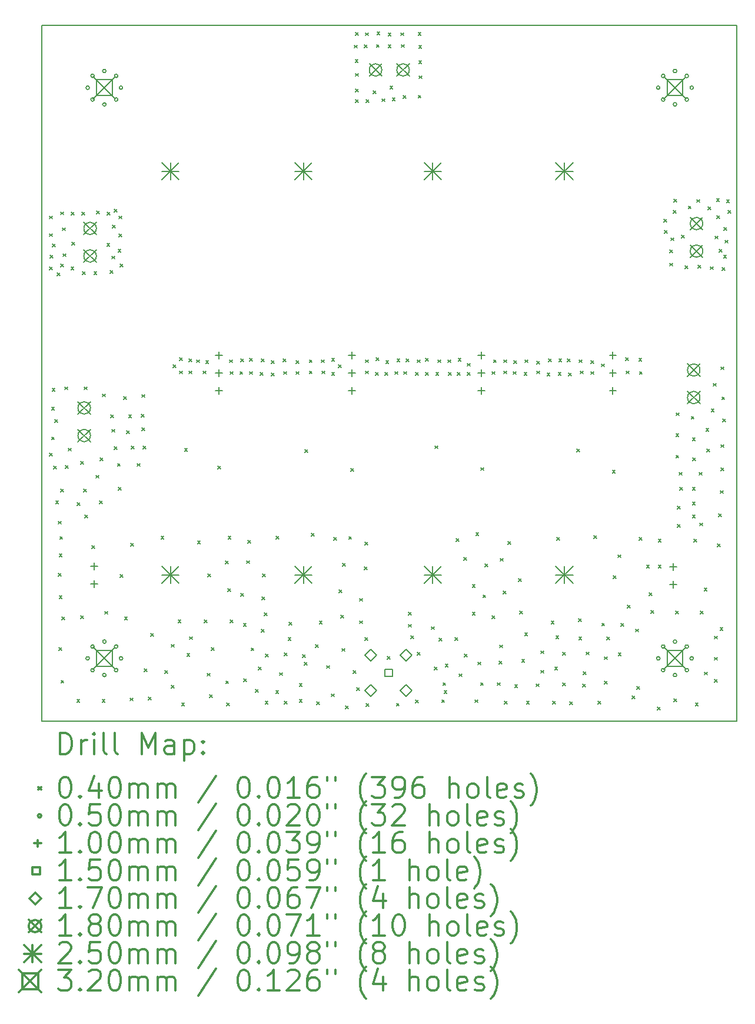
<source format=gbr>
%FSLAX45Y45*%
G04 Gerber Fmt 4.5, Leading zero omitted, Abs format (unit mm)*
G04 Created by KiCad (PCBNEW 4.0.2-stable) date 10/05/17 15:38:11*
%MOMM*%
G01*
G04 APERTURE LIST*
%ADD10C,0.127000*%
%ADD11C,0.150000*%
%ADD12C,0.200000*%
%ADD13C,0.300000*%
G04 APERTURE END LIST*
D10*
D11*
X7850000Y-14550000D02*
X7850000Y-4550000D01*
X17850000Y-14550000D02*
X7850000Y-14550000D01*
X17850000Y-4550000D02*
X17850000Y-14550000D01*
X7850000Y-4550000D02*
X17850000Y-4550000D01*
D12*
X7959000Y-7548000D02*
X7999000Y-7588000D01*
X7999000Y-7548000D02*
X7959000Y-7588000D01*
X7960000Y-10700000D02*
X8000000Y-10740000D01*
X8000000Y-10700000D02*
X7960000Y-10740000D01*
X7961000Y-7294000D02*
X8001000Y-7334000D01*
X8001000Y-7294000D02*
X7961000Y-7334000D01*
X7964000Y-8027000D02*
X8004000Y-8067000D01*
X8004000Y-8027000D02*
X7964000Y-8067000D01*
X7972000Y-7856000D02*
X8012000Y-7896000D01*
X8012000Y-7856000D02*
X7972000Y-7896000D01*
X7990000Y-10040000D02*
X8030000Y-10080000D01*
X8030000Y-10040000D02*
X7990000Y-10080000D01*
X7990000Y-10470000D02*
X8030000Y-10510000D01*
X8030000Y-10470000D02*
X7990000Y-10510000D01*
X8000000Y-9770000D02*
X8040000Y-9810000D01*
X8040000Y-9770000D02*
X8000000Y-9810000D01*
X8003000Y-7696000D02*
X8043000Y-7736000D01*
X8043000Y-7696000D02*
X8003000Y-7736000D01*
X8020000Y-10890000D02*
X8060000Y-10930000D01*
X8060000Y-10890000D02*
X8020000Y-10930000D01*
X8040000Y-10220000D02*
X8080000Y-10260000D01*
X8080000Y-10220000D02*
X8040000Y-10260000D01*
X8050000Y-11390000D02*
X8090000Y-11430000D01*
X8090000Y-11390000D02*
X8050000Y-11430000D01*
X8071000Y-8114000D02*
X8111000Y-8154000D01*
X8111000Y-8114000D02*
X8071000Y-8154000D01*
X8090000Y-11680000D02*
X8130000Y-11720000D01*
X8130000Y-11680000D02*
X8090000Y-11720000D01*
X8090000Y-12430000D02*
X8130000Y-12470000D01*
X8130000Y-12430000D02*
X8090000Y-12470000D01*
X8095000Y-13495000D02*
X8135000Y-13535000D01*
X8135000Y-13495000D02*
X8095000Y-13535000D01*
X8100000Y-12150000D02*
X8140000Y-12190000D01*
X8140000Y-12150000D02*
X8100000Y-12190000D01*
X8100000Y-12750000D02*
X8140000Y-12790000D01*
X8140000Y-12750000D02*
X8100000Y-12790000D01*
X8110000Y-11900000D02*
X8150000Y-11940000D01*
X8150000Y-11900000D02*
X8110000Y-11940000D01*
X8120000Y-11220000D02*
X8160000Y-11260000D01*
X8160000Y-11220000D02*
X8120000Y-11260000D01*
X8122000Y-7982000D02*
X8162000Y-8022000D01*
X8162000Y-7982000D02*
X8122000Y-8022000D01*
X8124000Y-7234000D02*
X8164000Y-7274000D01*
X8164000Y-7234000D02*
X8124000Y-7274000D01*
X8125000Y-13965000D02*
X8165000Y-14005000D01*
X8165000Y-13965000D02*
X8125000Y-14005000D01*
X8140000Y-13055000D02*
X8180000Y-13095000D01*
X8180000Y-13055000D02*
X8140000Y-13095000D01*
X8150000Y-7464000D02*
X8190000Y-7504000D01*
X8190000Y-7464000D02*
X8150000Y-7504000D01*
X8155000Y-7837000D02*
X8195000Y-7877000D01*
X8195000Y-7837000D02*
X8155000Y-7877000D01*
X8180000Y-9750000D02*
X8220000Y-9790000D01*
X8220000Y-9750000D02*
X8180000Y-9790000D01*
X8190000Y-10880000D02*
X8230000Y-10920000D01*
X8230000Y-10880000D02*
X8190000Y-10920000D01*
X8230000Y-10630000D02*
X8270000Y-10670000D01*
X8270000Y-10630000D02*
X8230000Y-10670000D01*
X8271000Y-8027000D02*
X8311000Y-8067000D01*
X8311000Y-8027000D02*
X8271000Y-8067000D01*
X8274000Y-7240000D02*
X8314000Y-7280000D01*
X8314000Y-7240000D02*
X8274000Y-7280000D01*
X8284000Y-7670000D02*
X8324000Y-7710000D01*
X8324000Y-7670000D02*
X8284000Y-7710000D01*
X8355000Y-14240000D02*
X8395000Y-14280000D01*
X8395000Y-14240000D02*
X8355000Y-14280000D01*
X8360000Y-11410000D02*
X8400000Y-11450000D01*
X8400000Y-11410000D02*
X8360000Y-11450000D01*
X8410000Y-10820000D02*
X8450000Y-10860000D01*
X8450000Y-10820000D02*
X8410000Y-10860000D01*
X8410000Y-13040000D02*
X8450000Y-13080000D01*
X8450000Y-13040000D02*
X8410000Y-13080000D01*
X8426000Y-7240000D02*
X8466000Y-7280000D01*
X8466000Y-7240000D02*
X8426000Y-7280000D01*
X8433000Y-8092000D02*
X8473000Y-8132000D01*
X8473000Y-8092000D02*
X8433000Y-8132000D01*
X8450000Y-11220000D02*
X8490000Y-11260000D01*
X8490000Y-11220000D02*
X8450000Y-11260000D01*
X8460000Y-9750000D02*
X8500000Y-9790000D01*
X8500000Y-9750000D02*
X8460000Y-9790000D01*
X8470000Y-11590000D02*
X8510000Y-11630000D01*
X8510000Y-11590000D02*
X8470000Y-11630000D01*
X8570000Y-12030000D02*
X8610000Y-12070000D01*
X8610000Y-12030000D02*
X8570000Y-12070000D01*
X8600000Y-8092000D02*
X8640000Y-8132000D01*
X8640000Y-8092000D02*
X8600000Y-8132000D01*
X8630000Y-11020000D02*
X8670000Y-11060000D01*
X8670000Y-11020000D02*
X8630000Y-11060000D01*
X8639000Y-7221000D02*
X8679000Y-7261000D01*
X8679000Y-7221000D02*
X8639000Y-7261000D01*
X8680000Y-11390000D02*
X8720000Y-11430000D01*
X8720000Y-11390000D02*
X8680000Y-11430000D01*
X8690000Y-10770000D02*
X8730000Y-10810000D01*
X8730000Y-10770000D02*
X8690000Y-10810000D01*
X8718000Y-14240000D02*
X8758000Y-14280000D01*
X8758000Y-14240000D02*
X8718000Y-14280000D01*
X8720000Y-9850000D02*
X8760000Y-9890000D01*
X8760000Y-9850000D02*
X8720000Y-9890000D01*
X8755000Y-12975000D02*
X8795000Y-13015000D01*
X8795000Y-12975000D02*
X8755000Y-13015000D01*
X8787000Y-7687000D02*
X8827000Y-7727000D01*
X8827000Y-7687000D02*
X8787000Y-7727000D01*
X8791000Y-7242000D02*
X8831000Y-7282000D01*
X8831000Y-7242000D02*
X8791000Y-7282000D01*
X8831000Y-8075000D02*
X8871000Y-8115000D01*
X8871000Y-8075000D02*
X8831000Y-8115000D01*
X8840000Y-10150000D02*
X8880000Y-10190000D01*
X8880000Y-10150000D02*
X8840000Y-10190000D01*
X8860000Y-7870000D02*
X8900000Y-7910000D01*
X8900000Y-7870000D02*
X8860000Y-7910000D01*
X8860000Y-10360000D02*
X8900000Y-10400000D01*
X8900000Y-10360000D02*
X8860000Y-10400000D01*
X8866000Y-7423000D02*
X8906000Y-7463000D01*
X8906000Y-7423000D02*
X8866000Y-7463000D01*
X8890000Y-7198000D02*
X8930000Y-7238000D01*
X8930000Y-7198000D02*
X8890000Y-7238000D01*
X8890000Y-10610000D02*
X8930000Y-10650000D01*
X8930000Y-10610000D02*
X8890000Y-10650000D01*
X8940000Y-10850000D02*
X8980000Y-10890000D01*
X8980000Y-10850000D02*
X8940000Y-10890000D01*
X8947000Y-7771000D02*
X8987000Y-7811000D01*
X8987000Y-7771000D02*
X8947000Y-7811000D01*
X8950000Y-11190000D02*
X8990000Y-11230000D01*
X8990000Y-11190000D02*
X8950000Y-11230000D01*
X8959000Y-7293000D02*
X8999000Y-7333000D01*
X8999000Y-7293000D02*
X8959000Y-7333000D01*
X8963000Y-7553000D02*
X9003000Y-7593000D01*
X9003000Y-7553000D02*
X8963000Y-7593000D01*
X8974000Y-7984000D02*
X9014000Y-8024000D01*
X9014000Y-7984000D02*
X8974000Y-8024000D01*
X8975000Y-12445000D02*
X9015000Y-12485000D01*
X9015000Y-12445000D02*
X8975000Y-12485000D01*
X9030000Y-9890000D02*
X9070000Y-9930000D01*
X9070000Y-9890000D02*
X9030000Y-9930000D01*
X9040000Y-13055000D02*
X9080000Y-13095000D01*
X9080000Y-13055000D02*
X9040000Y-13095000D01*
X9070000Y-10380000D02*
X9110000Y-10420000D01*
X9110000Y-10380000D02*
X9070000Y-10420000D01*
X9100000Y-10150000D02*
X9140000Y-10190000D01*
X9140000Y-10150000D02*
X9100000Y-10190000D01*
X9120000Y-14220000D02*
X9160000Y-14260000D01*
X9160000Y-14220000D02*
X9120000Y-14260000D01*
X9130000Y-12000000D02*
X9170000Y-12040000D01*
X9170000Y-12000000D02*
X9130000Y-12040000D01*
X9140000Y-10600000D02*
X9180000Y-10640000D01*
X9180000Y-10600000D02*
X9140000Y-10640000D01*
X9220000Y-10850000D02*
X9260000Y-10890000D01*
X9260000Y-10850000D02*
X9220000Y-10890000D01*
X9280000Y-10140000D02*
X9320000Y-10180000D01*
X9320000Y-10140000D02*
X9280000Y-10180000D01*
X9290000Y-9860000D02*
X9330000Y-9900000D01*
X9330000Y-9860000D02*
X9290000Y-9900000D01*
X9290000Y-10340000D02*
X9330000Y-10380000D01*
X9330000Y-10340000D02*
X9290000Y-10380000D01*
X9310000Y-10600000D02*
X9350000Y-10640000D01*
X9350000Y-10600000D02*
X9310000Y-10640000D01*
X9327000Y-13798000D02*
X9367000Y-13838000D01*
X9367000Y-13798000D02*
X9327000Y-13838000D01*
X9385000Y-14205000D02*
X9425000Y-14245000D01*
X9425000Y-14205000D02*
X9385000Y-14245000D01*
X9420000Y-13290000D02*
X9460000Y-13330000D01*
X9460000Y-13290000D02*
X9420000Y-13330000D01*
X9565000Y-11895000D02*
X9605000Y-11935000D01*
X9605000Y-11895000D02*
X9565000Y-11935000D01*
X9619000Y-13823000D02*
X9659000Y-13863000D01*
X9659000Y-13823000D02*
X9619000Y-13863000D01*
X9715000Y-13450000D02*
X9755000Y-13490000D01*
X9755000Y-13450000D02*
X9715000Y-13490000D01*
X9715000Y-14035000D02*
X9755000Y-14075000D01*
X9755000Y-14035000D02*
X9715000Y-14075000D01*
X9740000Y-9430000D02*
X9780000Y-9470000D01*
X9780000Y-9430000D02*
X9740000Y-9470000D01*
X9810000Y-13095000D02*
X9850000Y-13135000D01*
X9850000Y-13095000D02*
X9810000Y-13135000D01*
X9830000Y-9330000D02*
X9870000Y-9370000D01*
X9870000Y-9330000D02*
X9830000Y-9370000D01*
X9830000Y-9520000D02*
X9870000Y-9560000D01*
X9870000Y-9520000D02*
X9830000Y-9560000D01*
X9861000Y-14293000D02*
X9901000Y-14333000D01*
X9901000Y-14293000D02*
X9861000Y-14333000D01*
X9905000Y-10635000D02*
X9945000Y-10675000D01*
X9945000Y-10635000D02*
X9905000Y-10675000D01*
X9937000Y-13582000D02*
X9977000Y-13622000D01*
X9977000Y-13582000D02*
X9937000Y-13622000D01*
X9970000Y-9350000D02*
X10010000Y-9390000D01*
X10010000Y-9350000D02*
X9970000Y-9390000D01*
X9970000Y-9520000D02*
X10010000Y-9560000D01*
X10010000Y-9520000D02*
X9970000Y-9560000D01*
X9975000Y-13340000D02*
X10015000Y-13380000D01*
X10015000Y-13340000D02*
X9975000Y-13380000D01*
X10080000Y-9360000D02*
X10120000Y-9400000D01*
X10120000Y-9360000D02*
X10080000Y-9400000D01*
X10090000Y-11965000D02*
X10130000Y-12005000D01*
X10130000Y-11965000D02*
X10090000Y-12005000D01*
X10170000Y-9520000D02*
X10210000Y-9560000D01*
X10210000Y-9520000D02*
X10170000Y-9560000D01*
X10185000Y-13095000D02*
X10225000Y-13135000D01*
X10225000Y-13095000D02*
X10185000Y-13135000D01*
X10210000Y-9370000D02*
X10250000Y-9410000D01*
X10250000Y-9370000D02*
X10210000Y-9410000D01*
X10230000Y-13865000D02*
X10270000Y-13905000D01*
X10270000Y-13865000D02*
X10230000Y-13905000D01*
X10240000Y-12435000D02*
X10280000Y-12475000D01*
X10280000Y-12435000D02*
X10240000Y-12475000D01*
X10265000Y-14175000D02*
X10305000Y-14215000D01*
X10305000Y-14175000D02*
X10265000Y-14215000D01*
X10290000Y-13495000D02*
X10330000Y-13535000D01*
X10330000Y-13495000D02*
X10290000Y-13535000D01*
X10380000Y-10890000D02*
X10420000Y-10930000D01*
X10420000Y-10890000D02*
X10380000Y-10930000D01*
X10495000Y-12250000D02*
X10535000Y-12290000D01*
X10535000Y-12250000D02*
X10495000Y-12290000D01*
X10496000Y-13975000D02*
X10536000Y-14015000D01*
X10536000Y-13975000D02*
X10496000Y-14015000D01*
X10508000Y-14293000D02*
X10548000Y-14333000D01*
X10548000Y-14293000D02*
X10508000Y-14333000D01*
X10525000Y-12650000D02*
X10565000Y-12690000D01*
X10565000Y-12650000D02*
X10525000Y-12690000D01*
X10530000Y-11895000D02*
X10570000Y-11935000D01*
X10570000Y-11895000D02*
X10530000Y-11935000D01*
X10550000Y-9360000D02*
X10590000Y-9400000D01*
X10590000Y-9360000D02*
X10550000Y-9400000D01*
X10560000Y-9530000D02*
X10600000Y-9570000D01*
X10600000Y-9530000D02*
X10560000Y-9570000D01*
X10560000Y-13095000D02*
X10600000Y-13135000D01*
X10600000Y-13095000D02*
X10560000Y-13135000D01*
X10700000Y-9530000D02*
X10740000Y-9570000D01*
X10740000Y-9530000D02*
X10700000Y-9570000D01*
X10710000Y-9350000D02*
X10750000Y-9390000D01*
X10750000Y-9350000D02*
X10710000Y-9390000D01*
X10712000Y-12718000D02*
X10752000Y-12758000D01*
X10752000Y-12718000D02*
X10712000Y-12758000D01*
X10750000Y-13150000D02*
X10790000Y-13190000D01*
X10790000Y-13150000D02*
X10750000Y-13190000D01*
X10755000Y-13945000D02*
X10795000Y-13985000D01*
X10795000Y-13945000D02*
X10755000Y-13985000D01*
X10800000Y-12248000D02*
X10840000Y-12288000D01*
X10840000Y-12248000D02*
X10800000Y-12288000D01*
X10813000Y-11956000D02*
X10853000Y-11996000D01*
X10853000Y-11956000D02*
X10813000Y-11996000D01*
X10840000Y-9340000D02*
X10880000Y-9380000D01*
X10880000Y-9340000D02*
X10840000Y-9380000D01*
X10840000Y-9530000D02*
X10880000Y-9570000D01*
X10880000Y-9530000D02*
X10840000Y-9570000D01*
X10860000Y-13500000D02*
X10900000Y-13540000D01*
X10900000Y-13500000D02*
X10860000Y-13540000D01*
X10922000Y-14096000D02*
X10962000Y-14136000D01*
X10962000Y-14096000D02*
X10922000Y-14136000D01*
X10964000Y-13776000D02*
X11004000Y-13816000D01*
X11004000Y-13776000D02*
X10964000Y-13816000D01*
X10990000Y-9540000D02*
X11030000Y-9580000D01*
X11030000Y-9540000D02*
X10990000Y-9580000D01*
X11010000Y-9350000D02*
X11050000Y-9390000D01*
X11050000Y-9350000D02*
X11010000Y-9390000D01*
X11010000Y-13235000D02*
X11050000Y-13275000D01*
X11050000Y-13235000D02*
X11010000Y-13275000D01*
X11016000Y-12769000D02*
X11056000Y-12809000D01*
X11056000Y-12769000D02*
X11016000Y-12809000D01*
X11029000Y-12439000D02*
X11069000Y-12479000D01*
X11069000Y-12439000D02*
X11029000Y-12479000D01*
X11052000Y-12999000D02*
X11092000Y-13039000D01*
X11092000Y-12999000D02*
X11052000Y-13039000D01*
X11065000Y-14265000D02*
X11105000Y-14305000D01*
X11105000Y-14265000D02*
X11065000Y-14305000D01*
X11071000Y-13586000D02*
X11111000Y-13626000D01*
X11111000Y-13586000D02*
X11071000Y-13626000D01*
X11150000Y-9370000D02*
X11190000Y-9410000D01*
X11190000Y-9370000D02*
X11150000Y-9410000D01*
X11150000Y-9550000D02*
X11190000Y-9590000D01*
X11190000Y-9550000D02*
X11150000Y-9590000D01*
X11216000Y-14111000D02*
X11256000Y-14151000D01*
X11256000Y-14111000D02*
X11216000Y-14151000D01*
X11220000Y-11893000D02*
X11260000Y-11933000D01*
X11260000Y-11893000D02*
X11220000Y-11933000D01*
X11273000Y-13856000D02*
X11313000Y-13896000D01*
X11313000Y-13856000D02*
X11273000Y-13896000D01*
X11320000Y-9350000D02*
X11360000Y-9390000D01*
X11360000Y-9350000D02*
X11320000Y-9390000D01*
X11330000Y-9530000D02*
X11370000Y-9570000D01*
X11370000Y-9530000D02*
X11330000Y-9570000D01*
X11341000Y-13570000D02*
X11381000Y-13610000D01*
X11381000Y-13570000D02*
X11341000Y-13610000D01*
X11341000Y-14265000D02*
X11381000Y-14305000D01*
X11381000Y-14265000D02*
X11341000Y-14305000D01*
X11395000Y-13353000D02*
X11435000Y-13393000D01*
X11435000Y-13353000D02*
X11395000Y-13393000D01*
X11410000Y-13132000D02*
X11450000Y-13172000D01*
X11450000Y-13132000D02*
X11410000Y-13172000D01*
X11510000Y-9370000D02*
X11550000Y-9410000D01*
X11550000Y-9370000D02*
X11510000Y-9410000D01*
X11510000Y-9530000D02*
X11550000Y-9570000D01*
X11550000Y-9530000D02*
X11510000Y-9570000D01*
X11555000Y-14012000D02*
X11595000Y-14052000D01*
X11595000Y-14012000D02*
X11555000Y-14052000D01*
X11555000Y-14240000D02*
X11595000Y-14280000D01*
X11595000Y-14240000D02*
X11555000Y-14280000D01*
X11604000Y-13597000D02*
X11644000Y-13637000D01*
X11644000Y-13597000D02*
X11604000Y-13637000D01*
X11630000Y-13710000D02*
X11670000Y-13750000D01*
X11670000Y-13710000D02*
X11630000Y-13750000D01*
X11635000Y-10650000D02*
X11675000Y-10690000D01*
X11675000Y-10650000D02*
X11635000Y-10690000D01*
X11700000Y-9360000D02*
X11740000Y-9400000D01*
X11740000Y-9360000D02*
X11700000Y-9400000D01*
X11700000Y-9520000D02*
X11740000Y-9560000D01*
X11740000Y-9520000D02*
X11700000Y-9560000D01*
X11728000Y-11855000D02*
X11768000Y-11895000D01*
X11768000Y-11855000D02*
X11728000Y-11895000D01*
X11791000Y-13452000D02*
X11831000Y-13492000D01*
X11831000Y-13452000D02*
X11791000Y-13492000D01*
X11802000Y-14275000D02*
X11842000Y-14315000D01*
X11842000Y-14275000D02*
X11802000Y-14315000D01*
X11844000Y-13117000D02*
X11884000Y-13157000D01*
X11884000Y-13117000D02*
X11844000Y-13157000D01*
X11870000Y-9360000D02*
X11910000Y-9400000D01*
X11910000Y-9360000D02*
X11870000Y-9400000D01*
X11880000Y-9520000D02*
X11920000Y-9560000D01*
X11920000Y-9520000D02*
X11880000Y-9560000D01*
X11951000Y-13753000D02*
X11991000Y-13793000D01*
X11991000Y-13753000D02*
X11951000Y-13793000D01*
X12016000Y-14161000D02*
X12056000Y-14201000D01*
X12056000Y-14161000D02*
X12016000Y-14201000D01*
X12020000Y-9340000D02*
X12060000Y-9380000D01*
X12060000Y-9340000D02*
X12020000Y-9380000D01*
X12020000Y-9540000D02*
X12060000Y-9580000D01*
X12060000Y-9540000D02*
X12020000Y-9580000D01*
X12053000Y-11910000D02*
X12093000Y-11950000D01*
X12093000Y-11910000D02*
X12053000Y-11950000D01*
X12120000Y-9430000D02*
X12160000Y-9470000D01*
X12160000Y-9430000D02*
X12120000Y-9470000D01*
X12124000Y-12666000D02*
X12164000Y-12706000D01*
X12164000Y-12666000D02*
X12124000Y-12706000D01*
X12153000Y-13033000D02*
X12193000Y-13073000D01*
X12193000Y-13033000D02*
X12153000Y-13073000D01*
X12168000Y-13509000D02*
X12208000Y-13549000D01*
X12208000Y-13509000D02*
X12168000Y-13549000D01*
X12177000Y-12284000D02*
X12217000Y-12324000D01*
X12217000Y-12284000D02*
X12177000Y-12324000D01*
X12222000Y-14332000D02*
X12262000Y-14372000D01*
X12262000Y-14332000D02*
X12222000Y-14372000D01*
X12266000Y-11901000D02*
X12306000Y-11941000D01*
X12306000Y-11901000D02*
X12266000Y-11941000D01*
X12295000Y-10925000D02*
X12335000Y-10965000D01*
X12335000Y-10925000D02*
X12295000Y-10965000D01*
X12328000Y-13826000D02*
X12368000Y-13866000D01*
X12368000Y-13826000D02*
X12328000Y-13866000D01*
X12349000Y-4839000D02*
X12389000Y-4879000D01*
X12389000Y-4839000D02*
X12349000Y-4879000D01*
X12359000Y-5047000D02*
X12399000Y-5087000D01*
X12399000Y-5047000D02*
X12359000Y-5087000D01*
X12361000Y-4656000D02*
X12401000Y-4696000D01*
X12401000Y-4656000D02*
X12361000Y-4696000D01*
X12363000Y-5245000D02*
X12403000Y-5285000D01*
X12403000Y-5245000D02*
X12363000Y-5285000D01*
X12363000Y-5470000D02*
X12403000Y-5510000D01*
X12403000Y-5470000D02*
X12363000Y-5510000D01*
X12366000Y-5623000D02*
X12406000Y-5663000D01*
X12406000Y-5623000D02*
X12366000Y-5663000D01*
X12382000Y-14073000D02*
X12422000Y-14113000D01*
X12422000Y-14073000D02*
X12382000Y-14113000D01*
X12426000Y-12790000D02*
X12466000Y-12830000D01*
X12466000Y-12790000D02*
X12426000Y-12830000D01*
X12426000Y-13111000D02*
X12466000Y-13151000D01*
X12466000Y-13111000D02*
X12426000Y-13151000D01*
X12488000Y-12337000D02*
X12528000Y-12377000D01*
X12528000Y-12337000D02*
X12488000Y-12377000D01*
X12493000Y-4834000D02*
X12533000Y-4874000D01*
X12533000Y-4834000D02*
X12493000Y-4874000D01*
X12497000Y-11982000D02*
X12537000Y-12022000D01*
X12537000Y-11982000D02*
X12497000Y-12022000D01*
X12497000Y-13351000D02*
X12537000Y-13391000D01*
X12537000Y-13351000D02*
X12497000Y-13391000D01*
X12507000Y-4660000D02*
X12547000Y-4700000D01*
X12547000Y-4660000D02*
X12507000Y-4700000D01*
X12510000Y-9360000D02*
X12550000Y-9400000D01*
X12550000Y-9360000D02*
X12510000Y-9400000D01*
X12510000Y-9520000D02*
X12550000Y-9560000D01*
X12550000Y-9520000D02*
X12510000Y-9560000D01*
X12519000Y-5619000D02*
X12559000Y-5659000D01*
X12559000Y-5619000D02*
X12519000Y-5659000D01*
X12519000Y-14302000D02*
X12559000Y-14342000D01*
X12559000Y-14302000D02*
X12519000Y-14342000D01*
X12618000Y-5492000D02*
X12658000Y-5532000D01*
X12658000Y-5492000D02*
X12618000Y-5532000D01*
X12650000Y-9540000D02*
X12690000Y-9580000D01*
X12690000Y-9540000D02*
X12650000Y-9580000D01*
X12660000Y-9330000D02*
X12700000Y-9370000D01*
X12700000Y-9330000D02*
X12660000Y-9370000D01*
X12664000Y-4830000D02*
X12704000Y-4870000D01*
X12704000Y-4830000D02*
X12664000Y-4870000D01*
X12672000Y-4650000D02*
X12712000Y-4690000D01*
X12712000Y-4650000D02*
X12672000Y-4690000D01*
X12742000Y-5609000D02*
X12782000Y-5649000D01*
X12782000Y-5609000D02*
X12742000Y-5649000D01*
X12790000Y-9540000D02*
X12830000Y-9580000D01*
X12830000Y-9540000D02*
X12790000Y-9580000D01*
X12800000Y-9370000D02*
X12840000Y-9410000D01*
X12840000Y-9370000D02*
X12800000Y-9410000D01*
X12820000Y-13620000D02*
X12860000Y-13660000D01*
X12860000Y-13620000D02*
X12820000Y-13660000D01*
X12834000Y-4668000D02*
X12874000Y-4708000D01*
X12874000Y-4668000D02*
X12834000Y-4708000D01*
X12834000Y-4834000D02*
X12874000Y-4874000D01*
X12874000Y-4834000D02*
X12834000Y-4874000D01*
X12858000Y-5426000D02*
X12898000Y-5466000D01*
X12898000Y-5426000D02*
X12858000Y-5466000D01*
X12892000Y-5596000D02*
X12932000Y-5636000D01*
X12932000Y-5596000D02*
X12892000Y-5636000D01*
X12930000Y-9530000D02*
X12970000Y-9570000D01*
X12970000Y-9530000D02*
X12930000Y-9570000D01*
X12953000Y-14296000D02*
X12993000Y-14336000D01*
X12993000Y-14296000D02*
X12953000Y-14336000D01*
X12960000Y-9350000D02*
X13000000Y-9390000D01*
X13000000Y-9350000D02*
X12960000Y-9390000D01*
X13017000Y-4660000D02*
X13057000Y-4700000D01*
X13057000Y-4660000D02*
X13017000Y-4700000D01*
X13023000Y-4830000D02*
X13063000Y-4870000D01*
X13063000Y-4830000D02*
X13023000Y-4870000D01*
X13048000Y-5565000D02*
X13088000Y-5605000D01*
X13088000Y-5565000D02*
X13048000Y-5605000D01*
X13060000Y-9530000D02*
X13100000Y-9570000D01*
X13100000Y-9530000D02*
X13060000Y-9570000D01*
X13090000Y-9350000D02*
X13130000Y-9390000D01*
X13130000Y-9350000D02*
X13090000Y-9390000D01*
X13123000Y-13162000D02*
X13163000Y-13202000D01*
X13163000Y-13162000D02*
X13123000Y-13202000D01*
X13128000Y-12986000D02*
X13168000Y-13026000D01*
X13168000Y-12986000D02*
X13128000Y-13026000D01*
X13157000Y-13324000D02*
X13197000Y-13364000D01*
X13197000Y-13324000D02*
X13157000Y-13364000D01*
X13226000Y-14249000D02*
X13266000Y-14289000D01*
X13266000Y-14249000D02*
X13226000Y-14289000D01*
X13230000Y-9540000D02*
X13270000Y-9580000D01*
X13270000Y-9540000D02*
X13230000Y-9580000D01*
X13250000Y-9360000D02*
X13290000Y-9400000D01*
X13290000Y-9360000D02*
X13250000Y-9400000D01*
X13253000Y-13564000D02*
X13293000Y-13604000D01*
X13293000Y-13564000D02*
X13253000Y-13604000D01*
X13265000Y-4659000D02*
X13305000Y-4699000D01*
X13305000Y-4659000D02*
X13265000Y-4699000D01*
X13265000Y-5558000D02*
X13305000Y-5598000D01*
X13305000Y-5558000D02*
X13265000Y-5598000D01*
X13273000Y-4842000D02*
X13313000Y-4882000D01*
X13313000Y-4842000D02*
X13273000Y-4882000D01*
X13273000Y-5066000D02*
X13313000Y-5106000D01*
X13313000Y-5066000D02*
X13273000Y-5106000D01*
X13281000Y-5280000D02*
X13321000Y-5320000D01*
X13321000Y-5280000D02*
X13281000Y-5320000D01*
X13370000Y-9340000D02*
X13410000Y-9380000D01*
X13410000Y-9340000D02*
X13370000Y-9380000D01*
X13370000Y-9540000D02*
X13410000Y-9580000D01*
X13410000Y-9540000D02*
X13370000Y-9580000D01*
X13458000Y-13196000D02*
X13498000Y-13236000D01*
X13498000Y-13196000D02*
X13458000Y-13236000D01*
X13497000Y-13777000D02*
X13537000Y-13817000D01*
X13537000Y-13777000D02*
X13497000Y-13817000D01*
X13505000Y-10595000D02*
X13545000Y-10635000D01*
X13545000Y-10595000D02*
X13505000Y-10635000D01*
X13520000Y-9540000D02*
X13560000Y-9580000D01*
X13560000Y-9540000D02*
X13520000Y-9580000D01*
X13550000Y-9360000D02*
X13590000Y-9400000D01*
X13590000Y-9360000D02*
X13550000Y-9400000D01*
X13564000Y-13363000D02*
X13604000Y-13403000D01*
X13604000Y-13363000D02*
X13564000Y-13403000D01*
X13605000Y-14245000D02*
X13645000Y-14285000D01*
X13645000Y-14245000D02*
X13605000Y-14285000D01*
X13620000Y-14000000D02*
X13660000Y-14040000D01*
X13660000Y-14000000D02*
X13620000Y-14040000D01*
X13637000Y-14112000D02*
X13677000Y-14152000D01*
X13677000Y-14112000D02*
X13637000Y-14152000D01*
X13654000Y-13732000D02*
X13694000Y-13772000D01*
X13694000Y-13732000D02*
X13654000Y-13772000D01*
X13690000Y-9360000D02*
X13730000Y-9400000D01*
X13730000Y-9360000D02*
X13690000Y-9400000D01*
X13700000Y-9540000D02*
X13740000Y-9580000D01*
X13740000Y-9540000D02*
X13700000Y-9580000D01*
X13795000Y-13351000D02*
X13835000Y-13391000D01*
X13835000Y-13351000D02*
X13795000Y-13391000D01*
X13810000Y-11927000D02*
X13850000Y-11967000D01*
X13850000Y-11927000D02*
X13810000Y-11967000D01*
X13830000Y-9540000D02*
X13870000Y-9580000D01*
X13870000Y-9540000D02*
X13830000Y-9580000D01*
X13840000Y-9340000D02*
X13880000Y-9380000D01*
X13880000Y-9340000D02*
X13840000Y-9380000D01*
X13855000Y-13872000D02*
X13895000Y-13912000D01*
X13895000Y-13872000D02*
X13855000Y-13912000D01*
X13922000Y-12201000D02*
X13962000Y-12241000D01*
X13962000Y-12201000D02*
X13922000Y-12241000D01*
X13928000Y-13587000D02*
X13968000Y-13627000D01*
X13968000Y-13587000D02*
X13928000Y-13627000D01*
X13970000Y-9410000D02*
X14010000Y-9450000D01*
X14010000Y-9410000D02*
X13970000Y-9450000D01*
X13970000Y-9540000D02*
X14010000Y-9580000D01*
X14010000Y-9540000D02*
X13970000Y-9580000D01*
X14045000Y-12587000D02*
X14085000Y-12627000D01*
X14085000Y-12587000D02*
X14045000Y-12627000D01*
X14045000Y-12989000D02*
X14085000Y-13029000D01*
X14085000Y-12989000D02*
X14045000Y-13029000D01*
X14085000Y-14245000D02*
X14125000Y-14285000D01*
X14125000Y-14245000D02*
X14085000Y-14285000D01*
X14095000Y-11843000D02*
X14135000Y-11883000D01*
X14135000Y-11843000D02*
X14095000Y-11883000D01*
X14123000Y-13704000D02*
X14163000Y-13744000D01*
X14163000Y-13704000D02*
X14123000Y-13744000D01*
X14162000Y-14000000D02*
X14202000Y-14040000D01*
X14202000Y-14000000D02*
X14162000Y-14040000D01*
X14170000Y-10910000D02*
X14210000Y-10950000D01*
X14210000Y-10910000D02*
X14170000Y-10950000D01*
X14196000Y-12737000D02*
X14236000Y-12777000D01*
X14236000Y-12737000D02*
X14196000Y-12777000D01*
X14229000Y-12296000D02*
X14269000Y-12336000D01*
X14269000Y-12296000D02*
X14229000Y-12336000D01*
X14330000Y-9530000D02*
X14370000Y-9570000D01*
X14370000Y-9530000D02*
X14330000Y-9570000D01*
X14330000Y-13039000D02*
X14370000Y-13079000D01*
X14370000Y-13039000D02*
X14330000Y-13079000D01*
X14350000Y-9360000D02*
X14390000Y-9400000D01*
X14390000Y-9360000D02*
X14350000Y-9400000D01*
X14403000Y-14000000D02*
X14443000Y-14040000D01*
X14443000Y-14000000D02*
X14403000Y-14040000D01*
X14431000Y-13693000D02*
X14471000Y-13733000D01*
X14471000Y-13693000D02*
X14431000Y-13733000D01*
X14435000Y-13457000D02*
X14475000Y-13497000D01*
X14475000Y-13457000D02*
X14435000Y-13497000D01*
X14447000Y-12212000D02*
X14487000Y-12252000D01*
X14487000Y-12212000D02*
X14447000Y-12252000D01*
X14486000Y-12682000D02*
X14526000Y-12722000D01*
X14526000Y-12682000D02*
X14486000Y-12722000D01*
X14500000Y-9360000D02*
X14540000Y-9400000D01*
X14540000Y-9360000D02*
X14500000Y-9400000D01*
X14500000Y-9520000D02*
X14540000Y-9560000D01*
X14540000Y-9520000D02*
X14500000Y-9560000D01*
X14508000Y-14264000D02*
X14548000Y-14304000D01*
X14548000Y-14264000D02*
X14508000Y-14304000D01*
X14559000Y-11972000D02*
X14599000Y-12012000D01*
X14599000Y-11972000D02*
X14559000Y-12012000D01*
X14630000Y-9530000D02*
X14670000Y-9570000D01*
X14670000Y-9530000D02*
X14630000Y-9570000D01*
X14640000Y-9370000D02*
X14680000Y-9410000D01*
X14680000Y-9370000D02*
X14640000Y-9410000D01*
X14654000Y-14028000D02*
X14694000Y-14068000D01*
X14694000Y-14028000D02*
X14654000Y-14068000D01*
X14710000Y-12503000D02*
X14750000Y-12543000D01*
X14750000Y-12503000D02*
X14710000Y-12543000D01*
X14727000Y-12972000D02*
X14767000Y-13012000D01*
X14767000Y-12972000D02*
X14727000Y-13012000D01*
X14755000Y-13665000D02*
X14795000Y-13705000D01*
X14795000Y-13665000D02*
X14755000Y-13705000D01*
X14790000Y-9540000D02*
X14830000Y-9580000D01*
X14830000Y-9540000D02*
X14790000Y-9580000D01*
X14799000Y-13285000D02*
X14839000Y-13325000D01*
X14839000Y-13285000D02*
X14799000Y-13325000D01*
X14800000Y-9360000D02*
X14840000Y-9400000D01*
X14840000Y-9360000D02*
X14800000Y-9400000D01*
X14824000Y-14264000D02*
X14864000Y-14304000D01*
X14864000Y-14264000D02*
X14824000Y-14304000D01*
X14961000Y-14017000D02*
X15001000Y-14057000D01*
X15001000Y-14017000D02*
X14961000Y-14057000D01*
X14970000Y-9380000D02*
X15010000Y-9420000D01*
X15010000Y-9380000D02*
X14970000Y-9420000D01*
X14970000Y-9520000D02*
X15010000Y-9560000D01*
X15010000Y-9520000D02*
X14970000Y-9560000D01*
X15028000Y-13542000D02*
X15068000Y-13582000D01*
X15068000Y-13542000D02*
X15028000Y-13582000D01*
X15028000Y-13821000D02*
X15068000Y-13861000D01*
X15068000Y-13821000D02*
X15028000Y-13861000D01*
X15120000Y-9550000D02*
X15160000Y-9590000D01*
X15160000Y-9550000D02*
X15120000Y-9590000D01*
X15140000Y-9350000D02*
X15180000Y-9390000D01*
X15180000Y-9350000D02*
X15140000Y-9390000D01*
X15179000Y-13112000D02*
X15219000Y-13152000D01*
X15219000Y-13112000D02*
X15179000Y-13152000D01*
X15201000Y-14264000D02*
X15241000Y-14304000D01*
X15241000Y-14264000D02*
X15201000Y-14304000D01*
X15230000Y-13777000D02*
X15270000Y-13817000D01*
X15270000Y-13777000D02*
X15230000Y-13817000D01*
X15246000Y-13324000D02*
X15286000Y-13364000D01*
X15286000Y-13324000D02*
X15246000Y-13364000D01*
X15258000Y-11910000D02*
X15298000Y-11950000D01*
X15298000Y-11910000D02*
X15258000Y-11950000D01*
X15280000Y-9540000D02*
X15320000Y-9580000D01*
X15320000Y-9540000D02*
X15280000Y-9580000D01*
X15290000Y-9350000D02*
X15330000Y-9390000D01*
X15330000Y-9350000D02*
X15290000Y-9390000D01*
X15347000Y-13564000D02*
X15387000Y-13604000D01*
X15387000Y-13564000D02*
X15347000Y-13604000D01*
X15347000Y-14006000D02*
X15387000Y-14046000D01*
X15387000Y-14006000D02*
X15347000Y-14046000D01*
X15410000Y-9350000D02*
X15450000Y-9390000D01*
X15450000Y-9350000D02*
X15410000Y-9390000D01*
X15430000Y-9550000D02*
X15470000Y-9590000D01*
X15470000Y-9550000D02*
X15430000Y-9590000D01*
X15445000Y-14275000D02*
X15485000Y-14315000D01*
X15485000Y-14275000D02*
X15445000Y-14315000D01*
X15550000Y-10645000D02*
X15590000Y-10685000D01*
X15590000Y-10645000D02*
X15550000Y-10685000D01*
X15571000Y-13078000D02*
X15611000Y-13118000D01*
X15611000Y-13078000D02*
X15571000Y-13118000D01*
X15576000Y-13341000D02*
X15616000Y-13381000D01*
X15616000Y-13341000D02*
X15576000Y-13381000D01*
X15580000Y-9360000D02*
X15620000Y-9400000D01*
X15620000Y-9360000D02*
X15580000Y-9400000D01*
X15600000Y-9520000D02*
X15640000Y-9560000D01*
X15640000Y-9520000D02*
X15600000Y-9560000D01*
X15632000Y-14023000D02*
X15672000Y-14063000D01*
X15672000Y-14023000D02*
X15632000Y-14063000D01*
X15638000Y-13844000D02*
X15678000Y-13884000D01*
X15678000Y-13844000D02*
X15638000Y-13884000D01*
X15682000Y-13559000D02*
X15722000Y-13599000D01*
X15722000Y-13559000D02*
X15682000Y-13599000D01*
X15750000Y-9370000D02*
X15790000Y-9410000D01*
X15790000Y-9370000D02*
X15750000Y-9410000D01*
X15750000Y-9530000D02*
X15790000Y-9570000D01*
X15790000Y-9530000D02*
X15750000Y-9570000D01*
X15794000Y-11888000D02*
X15834000Y-11928000D01*
X15834000Y-11888000D02*
X15794000Y-11928000D01*
X15850000Y-14269000D02*
X15890000Y-14309000D01*
X15890000Y-14269000D02*
X15850000Y-14309000D01*
X15900000Y-9420000D02*
X15940000Y-9460000D01*
X15940000Y-9420000D02*
X15900000Y-9460000D01*
X15906000Y-13145000D02*
X15946000Y-13185000D01*
X15946000Y-13145000D02*
X15906000Y-13185000D01*
X15945000Y-13626000D02*
X15985000Y-13666000D01*
X15985000Y-13626000D02*
X15945000Y-13666000D01*
X15945000Y-13978000D02*
X15985000Y-14018000D01*
X15985000Y-13978000D02*
X15945000Y-14018000D01*
X15978000Y-13346000D02*
X16018000Y-13386000D01*
X16018000Y-13346000D02*
X15978000Y-13386000D01*
X16060000Y-10950000D02*
X16100000Y-10990000D01*
X16100000Y-10950000D02*
X16060000Y-10990000D01*
X16071000Y-12462000D02*
X16111000Y-12502000D01*
X16111000Y-12462000D02*
X16071000Y-12502000D01*
X16140000Y-12162000D02*
X16180000Y-12202000D01*
X16180000Y-12162000D02*
X16140000Y-12202000D01*
X16145000Y-13570000D02*
X16185000Y-13610000D01*
X16185000Y-13570000D02*
X16145000Y-13610000D01*
X16185000Y-13150000D02*
X16225000Y-13190000D01*
X16225000Y-13150000D02*
X16185000Y-13190000D01*
X16250000Y-9330000D02*
X16290000Y-9370000D01*
X16290000Y-9330000D02*
X16250000Y-9370000D01*
X16260000Y-9520000D02*
X16300000Y-9560000D01*
X16300000Y-9520000D02*
X16260000Y-9560000D01*
X16275000Y-12888000D02*
X16315000Y-12928000D01*
X16315000Y-12888000D02*
X16275000Y-12928000D01*
X16340000Y-14190000D02*
X16380000Y-14230000D01*
X16380000Y-14190000D02*
X16340000Y-14230000D01*
X16392000Y-13229000D02*
X16432000Y-13269000D01*
X16432000Y-13229000D02*
X16392000Y-13269000D01*
X16409000Y-14056000D02*
X16449000Y-14096000D01*
X16449000Y-14056000D02*
X16409000Y-14096000D01*
X16440000Y-9340000D02*
X16480000Y-9380000D01*
X16480000Y-9340000D02*
X16440000Y-9380000D01*
X16444000Y-11910000D02*
X16484000Y-11950000D01*
X16484000Y-11910000D02*
X16444000Y-11950000D01*
X16450000Y-9530000D02*
X16490000Y-9570000D01*
X16490000Y-9530000D02*
X16450000Y-9570000D01*
X16550000Y-12310000D02*
X16590000Y-12350000D01*
X16590000Y-12310000D02*
X16550000Y-12350000D01*
X16587000Y-12710000D02*
X16627000Y-12750000D01*
X16627000Y-12710000D02*
X16587000Y-12750000D01*
X16615000Y-12960000D02*
X16655000Y-13000000D01*
X16655000Y-12960000D02*
X16615000Y-13000000D01*
X16705000Y-14352000D02*
X16745000Y-14392000D01*
X16745000Y-14352000D02*
X16705000Y-14392000D01*
X16720000Y-11937000D02*
X16760000Y-11977000D01*
X16760000Y-11937000D02*
X16720000Y-11977000D01*
X16720000Y-12310000D02*
X16760000Y-12350000D01*
X16760000Y-12310000D02*
X16720000Y-12350000D01*
X16799000Y-7342000D02*
X16839000Y-7382000D01*
X16839000Y-7342000D02*
X16799000Y-7382000D01*
X16809000Y-7504000D02*
X16849000Y-7544000D01*
X16849000Y-7504000D02*
X16809000Y-7544000D01*
X16884000Y-7971000D02*
X16924000Y-8011000D01*
X16924000Y-7971000D02*
X16884000Y-8011000D01*
X16886000Y-7780000D02*
X16926000Y-7820000D01*
X16926000Y-7780000D02*
X16886000Y-7820000D01*
X16902000Y-7608000D02*
X16942000Y-7648000D01*
X16942000Y-7608000D02*
X16902000Y-7648000D01*
X16935000Y-7212000D02*
X16975000Y-7252000D01*
X16975000Y-7212000D02*
X16935000Y-7252000D01*
X16943000Y-7053000D02*
X16983000Y-7093000D01*
X16983000Y-7053000D02*
X16943000Y-7093000D01*
X16945000Y-14230000D02*
X16985000Y-14270000D01*
X16985000Y-14230000D02*
X16945000Y-14270000D01*
X16969000Y-12968000D02*
X17009000Y-13008000D01*
X17009000Y-12968000D02*
X16969000Y-13008000D01*
X16973000Y-10421000D02*
X17013000Y-10461000D01*
X17013000Y-10421000D02*
X16973000Y-10461000D01*
X16973000Y-10731000D02*
X17013000Y-10771000D01*
X17013000Y-10731000D02*
X16973000Y-10771000D01*
X16976000Y-10122000D02*
X17016000Y-10162000D01*
X17016000Y-10122000D02*
X16976000Y-10162000D01*
X16995000Y-11463000D02*
X17035000Y-11503000D01*
X17035000Y-11463000D02*
X16995000Y-11503000D01*
X16995000Y-11726000D02*
X17035000Y-11766000D01*
X17035000Y-11726000D02*
X16995000Y-11766000D01*
X17018000Y-10977000D02*
X17058000Y-11017000D01*
X17058000Y-10977000D02*
X17018000Y-11017000D01*
X17029000Y-11195000D02*
X17069000Y-11235000D01*
X17069000Y-11195000D02*
X17029000Y-11235000D01*
X17055000Y-7570000D02*
X17095000Y-7610000D01*
X17095000Y-7570000D02*
X17055000Y-7610000D01*
X17104000Y-8007000D02*
X17144000Y-8047000D01*
X17144000Y-8007000D02*
X17104000Y-8047000D01*
X17152000Y-7151000D02*
X17192000Y-7191000D01*
X17192000Y-7151000D02*
X17152000Y-7191000D01*
X17194000Y-10173000D02*
X17234000Y-10213000D01*
X17234000Y-10173000D02*
X17194000Y-10213000D01*
X17210000Y-10483000D02*
X17250000Y-10523000D01*
X17250000Y-10483000D02*
X17210000Y-10523000D01*
X17210000Y-11190000D02*
X17250000Y-11230000D01*
X17250000Y-11190000D02*
X17210000Y-11230000D01*
X17210000Y-11407000D02*
X17250000Y-11447000D01*
X17250000Y-11407000D02*
X17210000Y-11447000D01*
X17210000Y-11590000D02*
X17250000Y-11630000D01*
X17250000Y-11590000D02*
X17210000Y-11630000D01*
X17215000Y-10770000D02*
X17255000Y-10810000D01*
X17255000Y-10770000D02*
X17215000Y-10810000D01*
X17235000Y-11935000D02*
X17275000Y-11975000D01*
X17275000Y-11935000D02*
X17235000Y-11975000D01*
X17253000Y-14291000D02*
X17293000Y-14331000D01*
X17293000Y-14291000D02*
X17253000Y-14331000D01*
X17276000Y-7057000D02*
X17316000Y-7097000D01*
X17316000Y-7057000D02*
X17276000Y-7097000D01*
X17289000Y-8002000D02*
X17329000Y-8042000D01*
X17329000Y-8002000D02*
X17289000Y-8042000D01*
X17308000Y-10977000D02*
X17348000Y-11017000D01*
X17348000Y-10977000D02*
X17308000Y-11017000D01*
X17314000Y-11704000D02*
X17354000Y-11744000D01*
X17354000Y-11704000D02*
X17314000Y-11744000D01*
X17324000Y-12968000D02*
X17364000Y-13008000D01*
X17364000Y-12968000D02*
X17324000Y-13008000D01*
X17380000Y-12640000D02*
X17420000Y-12680000D01*
X17420000Y-12640000D02*
X17380000Y-12680000D01*
X17387000Y-13848000D02*
X17427000Y-13888000D01*
X17427000Y-13848000D02*
X17387000Y-13888000D01*
X17406000Y-10346000D02*
X17446000Y-10386000D01*
X17446000Y-10346000D02*
X17406000Y-10386000D01*
X17420000Y-10645000D02*
X17460000Y-10685000D01*
X17460000Y-10645000D02*
X17420000Y-10685000D01*
X17435000Y-7163000D02*
X17475000Y-7203000D01*
X17475000Y-7163000D02*
X17435000Y-7203000D01*
X17470000Y-8021000D02*
X17510000Y-8061000D01*
X17510000Y-8021000D02*
X17470000Y-8061000D01*
X17482000Y-10069000D02*
X17522000Y-10109000D01*
X17522000Y-10069000D02*
X17482000Y-10109000D01*
X17509000Y-9699000D02*
X17549000Y-9739000D01*
X17549000Y-9699000D02*
X17509000Y-9739000D01*
X17530000Y-13330000D02*
X17570000Y-13370000D01*
X17570000Y-13330000D02*
X17530000Y-13370000D01*
X17530000Y-13635000D02*
X17570000Y-13675000D01*
X17570000Y-13635000D02*
X17530000Y-13675000D01*
X17530000Y-13950000D02*
X17570000Y-13990000D01*
X17570000Y-13950000D02*
X17530000Y-13990000D01*
X17537000Y-7582000D02*
X17577000Y-7622000D01*
X17577000Y-7582000D02*
X17537000Y-7622000D01*
X17559000Y-7043000D02*
X17599000Y-7083000D01*
X17599000Y-7043000D02*
X17559000Y-7083000D01*
X17563000Y-7289000D02*
X17603000Y-7329000D01*
X17603000Y-7289000D02*
X17563000Y-7329000D01*
X17573000Y-12008000D02*
X17613000Y-12048000D01*
X17613000Y-12008000D02*
X17573000Y-12048000D01*
X17588000Y-11575000D02*
X17628000Y-11615000D01*
X17628000Y-11575000D02*
X17588000Y-11615000D01*
X17599000Y-7772000D02*
X17639000Y-7812000D01*
X17639000Y-7772000D02*
X17599000Y-7812000D01*
X17609000Y-13208000D02*
X17649000Y-13248000D01*
X17649000Y-13208000D02*
X17609000Y-13248000D01*
X17610000Y-11240000D02*
X17650000Y-11280000D01*
X17650000Y-11240000D02*
X17610000Y-11280000D01*
X17621000Y-9462000D02*
X17661000Y-9502000D01*
X17661000Y-9462000D02*
X17621000Y-9502000D01*
X17621000Y-10916000D02*
X17661000Y-10956000D01*
X17661000Y-10916000D02*
X17621000Y-10956000D01*
X17624000Y-10580000D02*
X17664000Y-10620000D01*
X17664000Y-10580000D02*
X17624000Y-10620000D01*
X17634000Y-9894000D02*
X17674000Y-9934000D01*
X17674000Y-9894000D02*
X17634000Y-9934000D01*
X17638000Y-8032000D02*
X17678000Y-8072000D01*
X17678000Y-8032000D02*
X17638000Y-8072000D01*
X17644000Y-10211000D02*
X17684000Y-10251000D01*
X17684000Y-10211000D02*
X17644000Y-10251000D01*
X17660000Y-7859000D02*
X17700000Y-7899000D01*
X17700000Y-7859000D02*
X17660000Y-7899000D01*
X17663000Y-7460000D02*
X17703000Y-7500000D01*
X17703000Y-7460000D02*
X17663000Y-7500000D01*
X17683000Y-7641000D02*
X17723000Y-7681000D01*
X17723000Y-7641000D02*
X17683000Y-7681000D01*
X17701000Y-7062000D02*
X17741000Y-7102000D01*
X17741000Y-7062000D02*
X17701000Y-7102000D01*
X17721000Y-7214000D02*
X17761000Y-7254000D01*
X17761000Y-7214000D02*
X17721000Y-7254000D01*
X8535000Y-5450000D02*
G75*
G03X8535000Y-5450000I-25000J0D01*
G01*
X8535000Y-13650000D02*
G75*
G03X8535000Y-13650000I-25000J0D01*
G01*
X8605294Y-5280294D02*
G75*
G03X8605294Y-5280294I-25000J0D01*
G01*
X8605294Y-5619706D02*
G75*
G03X8605294Y-5619706I-25000J0D01*
G01*
X8605294Y-13480294D02*
G75*
G03X8605294Y-13480294I-25000J0D01*
G01*
X8605294Y-13819706D02*
G75*
G03X8605294Y-13819706I-25000J0D01*
G01*
X8775000Y-5210000D02*
G75*
G03X8775000Y-5210000I-25000J0D01*
G01*
X8775000Y-5690000D02*
G75*
G03X8775000Y-5690000I-25000J0D01*
G01*
X8775000Y-13410000D02*
G75*
G03X8775000Y-13410000I-25000J0D01*
G01*
X8775000Y-13890000D02*
G75*
G03X8775000Y-13890000I-25000J0D01*
G01*
X8944706Y-5280294D02*
G75*
G03X8944706Y-5280294I-25000J0D01*
G01*
X8944706Y-5619706D02*
G75*
G03X8944706Y-5619706I-25000J0D01*
G01*
X8944706Y-13480294D02*
G75*
G03X8944706Y-13480294I-25000J0D01*
G01*
X8944706Y-13819706D02*
G75*
G03X8944706Y-13819706I-25000J0D01*
G01*
X9015000Y-5450000D02*
G75*
G03X9015000Y-5450000I-25000J0D01*
G01*
X9015000Y-13650000D02*
G75*
G03X9015000Y-13650000I-25000J0D01*
G01*
X16745000Y-5450000D02*
G75*
G03X16745000Y-5450000I-25000J0D01*
G01*
X16745000Y-13650000D02*
G75*
G03X16745000Y-13650000I-25000J0D01*
G01*
X16815294Y-5280294D02*
G75*
G03X16815294Y-5280294I-25000J0D01*
G01*
X16815294Y-5619706D02*
G75*
G03X16815294Y-5619706I-25000J0D01*
G01*
X16815294Y-13480294D02*
G75*
G03X16815294Y-13480294I-25000J0D01*
G01*
X16815294Y-13819706D02*
G75*
G03X16815294Y-13819706I-25000J0D01*
G01*
X16985000Y-5210000D02*
G75*
G03X16985000Y-5210000I-25000J0D01*
G01*
X16985000Y-5690000D02*
G75*
G03X16985000Y-5690000I-25000J0D01*
G01*
X16985000Y-13410000D02*
G75*
G03X16985000Y-13410000I-25000J0D01*
G01*
X16985000Y-13890000D02*
G75*
G03X16985000Y-13890000I-25000J0D01*
G01*
X17154706Y-5280294D02*
G75*
G03X17154706Y-5280294I-25000J0D01*
G01*
X17154706Y-5619706D02*
G75*
G03X17154706Y-5619706I-25000J0D01*
G01*
X17154706Y-13480294D02*
G75*
G03X17154706Y-13480294I-25000J0D01*
G01*
X17154706Y-13819706D02*
G75*
G03X17154706Y-13819706I-25000J0D01*
G01*
X17225000Y-5450000D02*
G75*
G03X17225000Y-5450000I-25000J0D01*
G01*
X17225000Y-13650000D02*
G75*
G03X17225000Y-13650000I-25000J0D01*
G01*
X8600000Y-12276000D02*
X8600000Y-12376000D01*
X8550000Y-12326000D02*
X8650000Y-12326000D01*
X8600000Y-12530000D02*
X8600000Y-12630000D01*
X8550000Y-12580000D02*
X8650000Y-12580000D01*
X10396698Y-9244476D02*
X10396698Y-9344476D01*
X10346698Y-9294476D02*
X10446698Y-9294476D01*
X10396698Y-9498476D02*
X10396698Y-9598476D01*
X10346698Y-9548476D02*
X10446698Y-9548476D01*
X10396698Y-9752476D02*
X10396698Y-9852476D01*
X10346698Y-9802476D02*
X10446698Y-9802476D01*
X12311698Y-9244476D02*
X12311698Y-9344476D01*
X12261698Y-9294476D02*
X12361698Y-9294476D01*
X12311698Y-9498476D02*
X12311698Y-9598476D01*
X12261698Y-9548476D02*
X12361698Y-9548476D01*
X12311698Y-9752476D02*
X12311698Y-9852476D01*
X12261698Y-9802476D02*
X12361698Y-9802476D01*
X14171698Y-9244476D02*
X14171698Y-9344476D01*
X14121698Y-9294476D02*
X14221698Y-9294476D01*
X14171698Y-9498476D02*
X14171698Y-9598476D01*
X14121698Y-9548476D02*
X14221698Y-9548476D01*
X14171698Y-9752476D02*
X14171698Y-9852476D01*
X14121698Y-9802476D02*
X14221698Y-9802476D01*
X16066698Y-9244476D02*
X16066698Y-9344476D01*
X16016698Y-9294476D02*
X16116698Y-9294476D01*
X16066698Y-9498476D02*
X16066698Y-9598476D01*
X16016698Y-9548476D02*
X16116698Y-9548476D01*
X16066698Y-9752476D02*
X16066698Y-9852476D01*
X16016698Y-9802476D02*
X16116698Y-9802476D01*
X16935000Y-12285000D02*
X16935000Y-12385000D01*
X16885000Y-12335000D02*
X16985000Y-12335000D01*
X16935000Y-12539000D02*
X16935000Y-12639000D01*
X16885000Y-12589000D02*
X16985000Y-12589000D01*
X12893033Y-13913033D02*
X12893033Y-13806966D01*
X12786966Y-13806966D01*
X12786966Y-13913033D01*
X12893033Y-13913033D01*
X12586000Y-13691000D02*
X12671000Y-13606000D01*
X12586000Y-13521000D01*
X12501000Y-13606000D01*
X12586000Y-13691000D01*
X12586000Y-14199000D02*
X12671000Y-14114000D01*
X12586000Y-14029000D01*
X12501000Y-14114000D01*
X12586000Y-14199000D01*
X13094000Y-13691000D02*
X13179000Y-13606000D01*
X13094000Y-13521000D01*
X13009000Y-13606000D01*
X13094000Y-13691000D01*
X13094000Y-14199000D02*
X13179000Y-14114000D01*
X13094000Y-14029000D01*
X13009000Y-14114000D01*
X13094000Y-14199000D01*
X8369957Y-9961837D02*
X8550043Y-10141923D01*
X8550043Y-9961837D02*
X8369957Y-10141923D01*
X8550043Y-10051880D02*
G75*
G03X8550043Y-10051880I-90043J0D01*
G01*
X8369957Y-10358077D02*
X8550043Y-10538163D01*
X8550043Y-10358077D02*
X8369957Y-10538163D01*
X8550043Y-10448120D02*
G75*
G03X8550043Y-10448120I-90043J0D01*
G01*
X8454957Y-7381837D02*
X8635043Y-7561923D01*
X8635043Y-7381837D02*
X8454957Y-7561923D01*
X8635043Y-7471880D02*
G75*
G03X8635043Y-7471880I-90043J0D01*
G01*
X8454957Y-7778077D02*
X8635043Y-7958163D01*
X8635043Y-7778077D02*
X8454957Y-7958163D01*
X8635043Y-7868120D02*
G75*
G03X8635043Y-7868120I-90043J0D01*
G01*
X12561837Y-5104957D02*
X12741923Y-5285043D01*
X12741923Y-5104957D02*
X12561837Y-5285043D01*
X12741923Y-5195000D02*
G75*
G03X12741923Y-5195000I-90043J0D01*
G01*
X12958077Y-5104957D02*
X13138163Y-5285043D01*
X13138163Y-5104957D02*
X12958077Y-5285043D01*
X13138163Y-5195000D02*
G75*
G03X13138163Y-5195000I-90043J0D01*
G01*
X17139957Y-9416837D02*
X17320043Y-9596923D01*
X17320043Y-9416837D02*
X17139957Y-9596923D01*
X17320043Y-9506880D02*
G75*
G03X17320043Y-9506880I-90043J0D01*
G01*
X17139957Y-9813077D02*
X17320043Y-9993163D01*
X17320043Y-9813077D02*
X17139957Y-9993163D01*
X17320043Y-9903120D02*
G75*
G03X17320043Y-9903120I-90043J0D01*
G01*
X17179957Y-7311837D02*
X17360043Y-7491923D01*
X17360043Y-7311837D02*
X17179957Y-7491923D01*
X17360043Y-7401880D02*
G75*
G03X17360043Y-7401880I-90043J0D01*
G01*
X17179957Y-7708077D02*
X17360043Y-7888163D01*
X17360043Y-7708077D02*
X17179957Y-7888163D01*
X17360043Y-7798120D02*
G75*
G03X17360043Y-7798120I-90043J0D01*
G01*
X9575000Y-6525000D02*
X9825000Y-6775000D01*
X9825000Y-6525000D02*
X9575000Y-6775000D01*
X9700000Y-6525000D02*
X9700000Y-6775000D01*
X9575000Y-6650000D02*
X9825000Y-6650000D01*
X9575000Y-12325000D02*
X9825000Y-12575000D01*
X9825000Y-12325000D02*
X9575000Y-12575000D01*
X9700000Y-12325000D02*
X9700000Y-12575000D01*
X9575000Y-12450000D02*
X9825000Y-12450000D01*
X11490000Y-6525000D02*
X11740000Y-6775000D01*
X11740000Y-6525000D02*
X11490000Y-6775000D01*
X11615000Y-6525000D02*
X11615000Y-6775000D01*
X11490000Y-6650000D02*
X11740000Y-6650000D01*
X11490000Y-12325000D02*
X11740000Y-12575000D01*
X11740000Y-12325000D02*
X11490000Y-12575000D01*
X11615000Y-12325000D02*
X11615000Y-12575000D01*
X11490000Y-12450000D02*
X11740000Y-12450000D01*
X13350000Y-6525000D02*
X13600000Y-6775000D01*
X13600000Y-6525000D02*
X13350000Y-6775000D01*
X13475000Y-6525000D02*
X13475000Y-6775000D01*
X13350000Y-6650000D02*
X13600000Y-6650000D01*
X13350000Y-12325000D02*
X13600000Y-12575000D01*
X13600000Y-12325000D02*
X13350000Y-12575000D01*
X13475000Y-12325000D02*
X13475000Y-12575000D01*
X13350000Y-12450000D02*
X13600000Y-12450000D01*
X15245000Y-6525000D02*
X15495000Y-6775000D01*
X15495000Y-6525000D02*
X15245000Y-6775000D01*
X15370000Y-6525000D02*
X15370000Y-6775000D01*
X15245000Y-6650000D02*
X15495000Y-6650000D01*
X15245000Y-12325000D02*
X15495000Y-12575000D01*
X15495000Y-12325000D02*
X15245000Y-12575000D01*
X15370000Y-12325000D02*
X15370000Y-12575000D01*
X15245000Y-12450000D02*
X15495000Y-12450000D01*
X8590000Y-5290000D02*
X8910000Y-5610000D01*
X8910000Y-5290000D02*
X8590000Y-5610000D01*
X8863138Y-5563138D02*
X8863138Y-5336862D01*
X8636862Y-5336862D01*
X8636862Y-5563138D01*
X8863138Y-5563138D01*
X8590000Y-13490000D02*
X8910000Y-13810000D01*
X8910000Y-13490000D02*
X8590000Y-13810000D01*
X8863138Y-13763138D02*
X8863138Y-13536862D01*
X8636862Y-13536862D01*
X8636862Y-13763138D01*
X8863138Y-13763138D01*
X16800000Y-5290000D02*
X17120000Y-5610000D01*
X17120000Y-5290000D02*
X16800000Y-5610000D01*
X17073138Y-5563138D02*
X17073138Y-5336862D01*
X16846862Y-5336862D01*
X16846862Y-5563138D01*
X17073138Y-5563138D01*
X16800000Y-13490000D02*
X17120000Y-13810000D01*
X17120000Y-13490000D02*
X16800000Y-13810000D01*
X17073138Y-13763138D02*
X17073138Y-13536862D01*
X16846862Y-13536862D01*
X16846862Y-13763138D01*
X17073138Y-13763138D01*
D13*
X8113928Y-15023214D02*
X8113928Y-14723214D01*
X8185357Y-14723214D01*
X8228214Y-14737500D01*
X8256786Y-14766071D01*
X8271071Y-14794643D01*
X8285357Y-14851786D01*
X8285357Y-14894643D01*
X8271071Y-14951786D01*
X8256786Y-14980357D01*
X8228214Y-15008929D01*
X8185357Y-15023214D01*
X8113928Y-15023214D01*
X8413929Y-15023214D02*
X8413929Y-14823214D01*
X8413929Y-14880357D02*
X8428214Y-14851786D01*
X8442500Y-14837500D01*
X8471071Y-14823214D01*
X8499643Y-14823214D01*
X8599643Y-15023214D02*
X8599643Y-14823214D01*
X8599643Y-14723214D02*
X8585357Y-14737500D01*
X8599643Y-14751786D01*
X8613929Y-14737500D01*
X8599643Y-14723214D01*
X8599643Y-14751786D01*
X8785357Y-15023214D02*
X8756786Y-15008929D01*
X8742500Y-14980357D01*
X8742500Y-14723214D01*
X8942500Y-15023214D02*
X8913929Y-15008929D01*
X8899643Y-14980357D01*
X8899643Y-14723214D01*
X9285357Y-15023214D02*
X9285357Y-14723214D01*
X9385357Y-14937500D01*
X9485357Y-14723214D01*
X9485357Y-15023214D01*
X9756786Y-15023214D02*
X9756786Y-14866071D01*
X9742500Y-14837500D01*
X9713929Y-14823214D01*
X9656786Y-14823214D01*
X9628214Y-14837500D01*
X9756786Y-15008929D02*
X9728214Y-15023214D01*
X9656786Y-15023214D01*
X9628214Y-15008929D01*
X9613929Y-14980357D01*
X9613929Y-14951786D01*
X9628214Y-14923214D01*
X9656786Y-14908929D01*
X9728214Y-14908929D01*
X9756786Y-14894643D01*
X9899643Y-14823214D02*
X9899643Y-15123214D01*
X9899643Y-14837500D02*
X9928214Y-14823214D01*
X9985357Y-14823214D01*
X10013929Y-14837500D01*
X10028214Y-14851786D01*
X10042500Y-14880357D01*
X10042500Y-14966071D01*
X10028214Y-14994643D01*
X10013929Y-15008929D01*
X9985357Y-15023214D01*
X9928214Y-15023214D01*
X9899643Y-15008929D01*
X10171071Y-14994643D02*
X10185357Y-15008929D01*
X10171071Y-15023214D01*
X10156786Y-15008929D01*
X10171071Y-14994643D01*
X10171071Y-15023214D01*
X10171071Y-14837500D02*
X10185357Y-14851786D01*
X10171071Y-14866071D01*
X10156786Y-14851786D01*
X10171071Y-14837500D01*
X10171071Y-14866071D01*
X7802500Y-15497500D02*
X7842500Y-15537500D01*
X7842500Y-15497500D02*
X7802500Y-15537500D01*
X8171071Y-15353214D02*
X8199643Y-15353214D01*
X8228214Y-15367500D01*
X8242500Y-15381786D01*
X8256786Y-15410357D01*
X8271071Y-15467500D01*
X8271071Y-15538929D01*
X8256786Y-15596071D01*
X8242500Y-15624643D01*
X8228214Y-15638929D01*
X8199643Y-15653214D01*
X8171071Y-15653214D01*
X8142500Y-15638929D01*
X8128214Y-15624643D01*
X8113928Y-15596071D01*
X8099643Y-15538929D01*
X8099643Y-15467500D01*
X8113928Y-15410357D01*
X8128214Y-15381786D01*
X8142500Y-15367500D01*
X8171071Y-15353214D01*
X8399643Y-15624643D02*
X8413929Y-15638929D01*
X8399643Y-15653214D01*
X8385357Y-15638929D01*
X8399643Y-15624643D01*
X8399643Y-15653214D01*
X8671071Y-15453214D02*
X8671071Y-15653214D01*
X8599643Y-15338929D02*
X8528214Y-15553214D01*
X8713928Y-15553214D01*
X8885357Y-15353214D02*
X8913929Y-15353214D01*
X8942500Y-15367500D01*
X8956786Y-15381786D01*
X8971071Y-15410357D01*
X8985357Y-15467500D01*
X8985357Y-15538929D01*
X8971071Y-15596071D01*
X8956786Y-15624643D01*
X8942500Y-15638929D01*
X8913929Y-15653214D01*
X8885357Y-15653214D01*
X8856786Y-15638929D01*
X8842500Y-15624643D01*
X8828214Y-15596071D01*
X8813929Y-15538929D01*
X8813929Y-15467500D01*
X8828214Y-15410357D01*
X8842500Y-15381786D01*
X8856786Y-15367500D01*
X8885357Y-15353214D01*
X9113929Y-15653214D02*
X9113929Y-15453214D01*
X9113929Y-15481786D02*
X9128214Y-15467500D01*
X9156786Y-15453214D01*
X9199643Y-15453214D01*
X9228214Y-15467500D01*
X9242500Y-15496071D01*
X9242500Y-15653214D01*
X9242500Y-15496071D02*
X9256786Y-15467500D01*
X9285357Y-15453214D01*
X9328214Y-15453214D01*
X9356786Y-15467500D01*
X9371071Y-15496071D01*
X9371071Y-15653214D01*
X9513929Y-15653214D02*
X9513929Y-15453214D01*
X9513929Y-15481786D02*
X9528214Y-15467500D01*
X9556786Y-15453214D01*
X9599643Y-15453214D01*
X9628214Y-15467500D01*
X9642500Y-15496071D01*
X9642500Y-15653214D01*
X9642500Y-15496071D02*
X9656786Y-15467500D01*
X9685357Y-15453214D01*
X9728214Y-15453214D01*
X9756786Y-15467500D01*
X9771071Y-15496071D01*
X9771071Y-15653214D01*
X10356786Y-15338929D02*
X10099643Y-15724643D01*
X10742500Y-15353214D02*
X10771071Y-15353214D01*
X10799643Y-15367500D01*
X10813928Y-15381786D01*
X10828214Y-15410357D01*
X10842500Y-15467500D01*
X10842500Y-15538929D01*
X10828214Y-15596071D01*
X10813928Y-15624643D01*
X10799643Y-15638929D01*
X10771071Y-15653214D01*
X10742500Y-15653214D01*
X10713928Y-15638929D01*
X10699643Y-15624643D01*
X10685357Y-15596071D01*
X10671071Y-15538929D01*
X10671071Y-15467500D01*
X10685357Y-15410357D01*
X10699643Y-15381786D01*
X10713928Y-15367500D01*
X10742500Y-15353214D01*
X10971071Y-15624643D02*
X10985357Y-15638929D01*
X10971071Y-15653214D01*
X10956786Y-15638929D01*
X10971071Y-15624643D01*
X10971071Y-15653214D01*
X11171071Y-15353214D02*
X11199643Y-15353214D01*
X11228214Y-15367500D01*
X11242500Y-15381786D01*
X11256785Y-15410357D01*
X11271071Y-15467500D01*
X11271071Y-15538929D01*
X11256785Y-15596071D01*
X11242500Y-15624643D01*
X11228214Y-15638929D01*
X11199643Y-15653214D01*
X11171071Y-15653214D01*
X11142500Y-15638929D01*
X11128214Y-15624643D01*
X11113928Y-15596071D01*
X11099643Y-15538929D01*
X11099643Y-15467500D01*
X11113928Y-15410357D01*
X11128214Y-15381786D01*
X11142500Y-15367500D01*
X11171071Y-15353214D01*
X11556785Y-15653214D02*
X11385357Y-15653214D01*
X11471071Y-15653214D02*
X11471071Y-15353214D01*
X11442500Y-15396071D01*
X11413928Y-15424643D01*
X11385357Y-15438929D01*
X11813928Y-15353214D02*
X11756785Y-15353214D01*
X11728214Y-15367500D01*
X11713928Y-15381786D01*
X11685357Y-15424643D01*
X11671071Y-15481786D01*
X11671071Y-15596071D01*
X11685357Y-15624643D01*
X11699643Y-15638929D01*
X11728214Y-15653214D01*
X11785357Y-15653214D01*
X11813928Y-15638929D01*
X11828214Y-15624643D01*
X11842500Y-15596071D01*
X11842500Y-15524643D01*
X11828214Y-15496071D01*
X11813928Y-15481786D01*
X11785357Y-15467500D01*
X11728214Y-15467500D01*
X11699643Y-15481786D01*
X11685357Y-15496071D01*
X11671071Y-15524643D01*
X11956786Y-15353214D02*
X11956786Y-15410357D01*
X12071071Y-15353214D02*
X12071071Y-15410357D01*
X12513928Y-15767500D02*
X12499643Y-15753214D01*
X12471071Y-15710357D01*
X12456785Y-15681786D01*
X12442500Y-15638929D01*
X12428214Y-15567500D01*
X12428214Y-15510357D01*
X12442500Y-15438929D01*
X12456785Y-15396071D01*
X12471071Y-15367500D01*
X12499643Y-15324643D01*
X12513928Y-15310357D01*
X12599643Y-15353214D02*
X12785357Y-15353214D01*
X12685357Y-15467500D01*
X12728214Y-15467500D01*
X12756785Y-15481786D01*
X12771071Y-15496071D01*
X12785357Y-15524643D01*
X12785357Y-15596071D01*
X12771071Y-15624643D01*
X12756785Y-15638929D01*
X12728214Y-15653214D01*
X12642500Y-15653214D01*
X12613928Y-15638929D01*
X12599643Y-15624643D01*
X12928214Y-15653214D02*
X12985357Y-15653214D01*
X13013928Y-15638929D01*
X13028214Y-15624643D01*
X13056785Y-15581786D01*
X13071071Y-15524643D01*
X13071071Y-15410357D01*
X13056785Y-15381786D01*
X13042500Y-15367500D01*
X13013928Y-15353214D01*
X12956785Y-15353214D01*
X12928214Y-15367500D01*
X12913928Y-15381786D01*
X12899643Y-15410357D01*
X12899643Y-15481786D01*
X12913928Y-15510357D01*
X12928214Y-15524643D01*
X12956785Y-15538929D01*
X13013928Y-15538929D01*
X13042500Y-15524643D01*
X13056785Y-15510357D01*
X13071071Y-15481786D01*
X13328214Y-15353214D02*
X13271071Y-15353214D01*
X13242500Y-15367500D01*
X13228214Y-15381786D01*
X13199643Y-15424643D01*
X13185357Y-15481786D01*
X13185357Y-15596071D01*
X13199643Y-15624643D01*
X13213928Y-15638929D01*
X13242500Y-15653214D01*
X13299643Y-15653214D01*
X13328214Y-15638929D01*
X13342500Y-15624643D01*
X13356785Y-15596071D01*
X13356785Y-15524643D01*
X13342500Y-15496071D01*
X13328214Y-15481786D01*
X13299643Y-15467500D01*
X13242500Y-15467500D01*
X13213928Y-15481786D01*
X13199643Y-15496071D01*
X13185357Y-15524643D01*
X13713928Y-15653214D02*
X13713928Y-15353214D01*
X13842500Y-15653214D02*
X13842500Y-15496071D01*
X13828214Y-15467500D01*
X13799643Y-15453214D01*
X13756785Y-15453214D01*
X13728214Y-15467500D01*
X13713928Y-15481786D01*
X14028214Y-15653214D02*
X13999643Y-15638929D01*
X13985357Y-15624643D01*
X13971071Y-15596071D01*
X13971071Y-15510357D01*
X13985357Y-15481786D01*
X13999643Y-15467500D01*
X14028214Y-15453214D01*
X14071071Y-15453214D01*
X14099643Y-15467500D01*
X14113928Y-15481786D01*
X14128214Y-15510357D01*
X14128214Y-15596071D01*
X14113928Y-15624643D01*
X14099643Y-15638929D01*
X14071071Y-15653214D01*
X14028214Y-15653214D01*
X14299643Y-15653214D02*
X14271071Y-15638929D01*
X14256786Y-15610357D01*
X14256786Y-15353214D01*
X14528214Y-15638929D02*
X14499643Y-15653214D01*
X14442500Y-15653214D01*
X14413928Y-15638929D01*
X14399643Y-15610357D01*
X14399643Y-15496071D01*
X14413928Y-15467500D01*
X14442500Y-15453214D01*
X14499643Y-15453214D01*
X14528214Y-15467500D01*
X14542500Y-15496071D01*
X14542500Y-15524643D01*
X14399643Y-15553214D01*
X14656786Y-15638929D02*
X14685357Y-15653214D01*
X14742500Y-15653214D01*
X14771071Y-15638929D01*
X14785357Y-15610357D01*
X14785357Y-15596071D01*
X14771071Y-15567500D01*
X14742500Y-15553214D01*
X14699643Y-15553214D01*
X14671071Y-15538929D01*
X14656786Y-15510357D01*
X14656786Y-15496071D01*
X14671071Y-15467500D01*
X14699643Y-15453214D01*
X14742500Y-15453214D01*
X14771071Y-15467500D01*
X14885357Y-15767500D02*
X14899643Y-15753214D01*
X14928214Y-15710357D01*
X14942500Y-15681786D01*
X14956786Y-15638929D01*
X14971071Y-15567500D01*
X14971071Y-15510357D01*
X14956786Y-15438929D01*
X14942500Y-15396071D01*
X14928214Y-15367500D01*
X14899643Y-15324643D01*
X14885357Y-15310357D01*
X7842500Y-15913500D02*
G75*
G03X7842500Y-15913500I-25000J0D01*
G01*
X8171071Y-15749214D02*
X8199643Y-15749214D01*
X8228214Y-15763500D01*
X8242500Y-15777786D01*
X8256786Y-15806357D01*
X8271071Y-15863500D01*
X8271071Y-15934929D01*
X8256786Y-15992071D01*
X8242500Y-16020643D01*
X8228214Y-16034929D01*
X8199643Y-16049214D01*
X8171071Y-16049214D01*
X8142500Y-16034929D01*
X8128214Y-16020643D01*
X8113928Y-15992071D01*
X8099643Y-15934929D01*
X8099643Y-15863500D01*
X8113928Y-15806357D01*
X8128214Y-15777786D01*
X8142500Y-15763500D01*
X8171071Y-15749214D01*
X8399643Y-16020643D02*
X8413929Y-16034929D01*
X8399643Y-16049214D01*
X8385357Y-16034929D01*
X8399643Y-16020643D01*
X8399643Y-16049214D01*
X8685357Y-15749214D02*
X8542500Y-15749214D01*
X8528214Y-15892071D01*
X8542500Y-15877786D01*
X8571071Y-15863500D01*
X8642500Y-15863500D01*
X8671071Y-15877786D01*
X8685357Y-15892071D01*
X8699643Y-15920643D01*
X8699643Y-15992071D01*
X8685357Y-16020643D01*
X8671071Y-16034929D01*
X8642500Y-16049214D01*
X8571071Y-16049214D01*
X8542500Y-16034929D01*
X8528214Y-16020643D01*
X8885357Y-15749214D02*
X8913929Y-15749214D01*
X8942500Y-15763500D01*
X8956786Y-15777786D01*
X8971071Y-15806357D01*
X8985357Y-15863500D01*
X8985357Y-15934929D01*
X8971071Y-15992071D01*
X8956786Y-16020643D01*
X8942500Y-16034929D01*
X8913929Y-16049214D01*
X8885357Y-16049214D01*
X8856786Y-16034929D01*
X8842500Y-16020643D01*
X8828214Y-15992071D01*
X8813929Y-15934929D01*
X8813929Y-15863500D01*
X8828214Y-15806357D01*
X8842500Y-15777786D01*
X8856786Y-15763500D01*
X8885357Y-15749214D01*
X9113929Y-16049214D02*
X9113929Y-15849214D01*
X9113929Y-15877786D02*
X9128214Y-15863500D01*
X9156786Y-15849214D01*
X9199643Y-15849214D01*
X9228214Y-15863500D01*
X9242500Y-15892071D01*
X9242500Y-16049214D01*
X9242500Y-15892071D02*
X9256786Y-15863500D01*
X9285357Y-15849214D01*
X9328214Y-15849214D01*
X9356786Y-15863500D01*
X9371071Y-15892071D01*
X9371071Y-16049214D01*
X9513929Y-16049214D02*
X9513929Y-15849214D01*
X9513929Y-15877786D02*
X9528214Y-15863500D01*
X9556786Y-15849214D01*
X9599643Y-15849214D01*
X9628214Y-15863500D01*
X9642500Y-15892071D01*
X9642500Y-16049214D01*
X9642500Y-15892071D02*
X9656786Y-15863500D01*
X9685357Y-15849214D01*
X9728214Y-15849214D01*
X9756786Y-15863500D01*
X9771071Y-15892071D01*
X9771071Y-16049214D01*
X10356786Y-15734929D02*
X10099643Y-16120643D01*
X10742500Y-15749214D02*
X10771071Y-15749214D01*
X10799643Y-15763500D01*
X10813928Y-15777786D01*
X10828214Y-15806357D01*
X10842500Y-15863500D01*
X10842500Y-15934929D01*
X10828214Y-15992071D01*
X10813928Y-16020643D01*
X10799643Y-16034929D01*
X10771071Y-16049214D01*
X10742500Y-16049214D01*
X10713928Y-16034929D01*
X10699643Y-16020643D01*
X10685357Y-15992071D01*
X10671071Y-15934929D01*
X10671071Y-15863500D01*
X10685357Y-15806357D01*
X10699643Y-15777786D01*
X10713928Y-15763500D01*
X10742500Y-15749214D01*
X10971071Y-16020643D02*
X10985357Y-16034929D01*
X10971071Y-16049214D01*
X10956786Y-16034929D01*
X10971071Y-16020643D01*
X10971071Y-16049214D01*
X11171071Y-15749214D02*
X11199643Y-15749214D01*
X11228214Y-15763500D01*
X11242500Y-15777786D01*
X11256785Y-15806357D01*
X11271071Y-15863500D01*
X11271071Y-15934929D01*
X11256785Y-15992071D01*
X11242500Y-16020643D01*
X11228214Y-16034929D01*
X11199643Y-16049214D01*
X11171071Y-16049214D01*
X11142500Y-16034929D01*
X11128214Y-16020643D01*
X11113928Y-15992071D01*
X11099643Y-15934929D01*
X11099643Y-15863500D01*
X11113928Y-15806357D01*
X11128214Y-15777786D01*
X11142500Y-15763500D01*
X11171071Y-15749214D01*
X11385357Y-15777786D02*
X11399643Y-15763500D01*
X11428214Y-15749214D01*
X11499643Y-15749214D01*
X11528214Y-15763500D01*
X11542500Y-15777786D01*
X11556785Y-15806357D01*
X11556785Y-15834929D01*
X11542500Y-15877786D01*
X11371071Y-16049214D01*
X11556785Y-16049214D01*
X11742500Y-15749214D02*
X11771071Y-15749214D01*
X11799643Y-15763500D01*
X11813928Y-15777786D01*
X11828214Y-15806357D01*
X11842500Y-15863500D01*
X11842500Y-15934929D01*
X11828214Y-15992071D01*
X11813928Y-16020643D01*
X11799643Y-16034929D01*
X11771071Y-16049214D01*
X11742500Y-16049214D01*
X11713928Y-16034929D01*
X11699643Y-16020643D01*
X11685357Y-15992071D01*
X11671071Y-15934929D01*
X11671071Y-15863500D01*
X11685357Y-15806357D01*
X11699643Y-15777786D01*
X11713928Y-15763500D01*
X11742500Y-15749214D01*
X11956786Y-15749214D02*
X11956786Y-15806357D01*
X12071071Y-15749214D02*
X12071071Y-15806357D01*
X12513928Y-16163500D02*
X12499643Y-16149214D01*
X12471071Y-16106357D01*
X12456785Y-16077786D01*
X12442500Y-16034929D01*
X12428214Y-15963500D01*
X12428214Y-15906357D01*
X12442500Y-15834929D01*
X12456785Y-15792071D01*
X12471071Y-15763500D01*
X12499643Y-15720643D01*
X12513928Y-15706357D01*
X12599643Y-15749214D02*
X12785357Y-15749214D01*
X12685357Y-15863500D01*
X12728214Y-15863500D01*
X12756785Y-15877786D01*
X12771071Y-15892071D01*
X12785357Y-15920643D01*
X12785357Y-15992071D01*
X12771071Y-16020643D01*
X12756785Y-16034929D01*
X12728214Y-16049214D01*
X12642500Y-16049214D01*
X12613928Y-16034929D01*
X12599643Y-16020643D01*
X12899643Y-15777786D02*
X12913928Y-15763500D01*
X12942500Y-15749214D01*
X13013928Y-15749214D01*
X13042500Y-15763500D01*
X13056785Y-15777786D01*
X13071071Y-15806357D01*
X13071071Y-15834929D01*
X13056785Y-15877786D01*
X12885357Y-16049214D01*
X13071071Y-16049214D01*
X13428214Y-16049214D02*
X13428214Y-15749214D01*
X13556785Y-16049214D02*
X13556785Y-15892071D01*
X13542500Y-15863500D01*
X13513928Y-15849214D01*
X13471071Y-15849214D01*
X13442500Y-15863500D01*
X13428214Y-15877786D01*
X13742500Y-16049214D02*
X13713928Y-16034929D01*
X13699643Y-16020643D01*
X13685357Y-15992071D01*
X13685357Y-15906357D01*
X13699643Y-15877786D01*
X13713928Y-15863500D01*
X13742500Y-15849214D01*
X13785357Y-15849214D01*
X13813928Y-15863500D01*
X13828214Y-15877786D01*
X13842500Y-15906357D01*
X13842500Y-15992071D01*
X13828214Y-16020643D01*
X13813928Y-16034929D01*
X13785357Y-16049214D01*
X13742500Y-16049214D01*
X14013928Y-16049214D02*
X13985357Y-16034929D01*
X13971071Y-16006357D01*
X13971071Y-15749214D01*
X14242500Y-16034929D02*
X14213928Y-16049214D01*
X14156786Y-16049214D01*
X14128214Y-16034929D01*
X14113928Y-16006357D01*
X14113928Y-15892071D01*
X14128214Y-15863500D01*
X14156786Y-15849214D01*
X14213928Y-15849214D01*
X14242500Y-15863500D01*
X14256786Y-15892071D01*
X14256786Y-15920643D01*
X14113928Y-15949214D01*
X14371071Y-16034929D02*
X14399643Y-16049214D01*
X14456786Y-16049214D01*
X14485357Y-16034929D01*
X14499643Y-16006357D01*
X14499643Y-15992071D01*
X14485357Y-15963500D01*
X14456786Y-15949214D01*
X14413928Y-15949214D01*
X14385357Y-15934929D01*
X14371071Y-15906357D01*
X14371071Y-15892071D01*
X14385357Y-15863500D01*
X14413928Y-15849214D01*
X14456786Y-15849214D01*
X14485357Y-15863500D01*
X14599643Y-16163500D02*
X14613928Y-16149214D01*
X14642500Y-16106357D01*
X14656786Y-16077786D01*
X14671071Y-16034929D01*
X14685357Y-15963500D01*
X14685357Y-15906357D01*
X14671071Y-15834929D01*
X14656786Y-15792071D01*
X14642500Y-15763500D01*
X14613928Y-15720643D01*
X14599643Y-15706357D01*
X7792500Y-16259500D02*
X7792500Y-16359500D01*
X7742500Y-16309500D02*
X7842500Y-16309500D01*
X8271071Y-16445214D02*
X8099643Y-16445214D01*
X8185357Y-16445214D02*
X8185357Y-16145214D01*
X8156786Y-16188071D01*
X8128214Y-16216643D01*
X8099643Y-16230929D01*
X8399643Y-16416643D02*
X8413929Y-16430929D01*
X8399643Y-16445214D01*
X8385357Y-16430929D01*
X8399643Y-16416643D01*
X8399643Y-16445214D01*
X8599643Y-16145214D02*
X8628214Y-16145214D01*
X8656786Y-16159500D01*
X8671071Y-16173786D01*
X8685357Y-16202357D01*
X8699643Y-16259500D01*
X8699643Y-16330929D01*
X8685357Y-16388071D01*
X8671071Y-16416643D01*
X8656786Y-16430929D01*
X8628214Y-16445214D01*
X8599643Y-16445214D01*
X8571071Y-16430929D01*
X8556786Y-16416643D01*
X8542500Y-16388071D01*
X8528214Y-16330929D01*
X8528214Y-16259500D01*
X8542500Y-16202357D01*
X8556786Y-16173786D01*
X8571071Y-16159500D01*
X8599643Y-16145214D01*
X8885357Y-16145214D02*
X8913929Y-16145214D01*
X8942500Y-16159500D01*
X8956786Y-16173786D01*
X8971071Y-16202357D01*
X8985357Y-16259500D01*
X8985357Y-16330929D01*
X8971071Y-16388071D01*
X8956786Y-16416643D01*
X8942500Y-16430929D01*
X8913929Y-16445214D01*
X8885357Y-16445214D01*
X8856786Y-16430929D01*
X8842500Y-16416643D01*
X8828214Y-16388071D01*
X8813929Y-16330929D01*
X8813929Y-16259500D01*
X8828214Y-16202357D01*
X8842500Y-16173786D01*
X8856786Y-16159500D01*
X8885357Y-16145214D01*
X9113929Y-16445214D02*
X9113929Y-16245214D01*
X9113929Y-16273786D02*
X9128214Y-16259500D01*
X9156786Y-16245214D01*
X9199643Y-16245214D01*
X9228214Y-16259500D01*
X9242500Y-16288071D01*
X9242500Y-16445214D01*
X9242500Y-16288071D02*
X9256786Y-16259500D01*
X9285357Y-16245214D01*
X9328214Y-16245214D01*
X9356786Y-16259500D01*
X9371071Y-16288071D01*
X9371071Y-16445214D01*
X9513929Y-16445214D02*
X9513929Y-16245214D01*
X9513929Y-16273786D02*
X9528214Y-16259500D01*
X9556786Y-16245214D01*
X9599643Y-16245214D01*
X9628214Y-16259500D01*
X9642500Y-16288071D01*
X9642500Y-16445214D01*
X9642500Y-16288071D02*
X9656786Y-16259500D01*
X9685357Y-16245214D01*
X9728214Y-16245214D01*
X9756786Y-16259500D01*
X9771071Y-16288071D01*
X9771071Y-16445214D01*
X10356786Y-16130929D02*
X10099643Y-16516643D01*
X10742500Y-16145214D02*
X10771071Y-16145214D01*
X10799643Y-16159500D01*
X10813928Y-16173786D01*
X10828214Y-16202357D01*
X10842500Y-16259500D01*
X10842500Y-16330929D01*
X10828214Y-16388071D01*
X10813928Y-16416643D01*
X10799643Y-16430929D01*
X10771071Y-16445214D01*
X10742500Y-16445214D01*
X10713928Y-16430929D01*
X10699643Y-16416643D01*
X10685357Y-16388071D01*
X10671071Y-16330929D01*
X10671071Y-16259500D01*
X10685357Y-16202357D01*
X10699643Y-16173786D01*
X10713928Y-16159500D01*
X10742500Y-16145214D01*
X10971071Y-16416643D02*
X10985357Y-16430929D01*
X10971071Y-16445214D01*
X10956786Y-16430929D01*
X10971071Y-16416643D01*
X10971071Y-16445214D01*
X11171071Y-16145214D02*
X11199643Y-16145214D01*
X11228214Y-16159500D01*
X11242500Y-16173786D01*
X11256785Y-16202357D01*
X11271071Y-16259500D01*
X11271071Y-16330929D01*
X11256785Y-16388071D01*
X11242500Y-16416643D01*
X11228214Y-16430929D01*
X11199643Y-16445214D01*
X11171071Y-16445214D01*
X11142500Y-16430929D01*
X11128214Y-16416643D01*
X11113928Y-16388071D01*
X11099643Y-16330929D01*
X11099643Y-16259500D01*
X11113928Y-16202357D01*
X11128214Y-16173786D01*
X11142500Y-16159500D01*
X11171071Y-16145214D01*
X11371071Y-16145214D02*
X11556785Y-16145214D01*
X11456785Y-16259500D01*
X11499643Y-16259500D01*
X11528214Y-16273786D01*
X11542500Y-16288071D01*
X11556785Y-16316643D01*
X11556785Y-16388071D01*
X11542500Y-16416643D01*
X11528214Y-16430929D01*
X11499643Y-16445214D01*
X11413928Y-16445214D01*
X11385357Y-16430929D01*
X11371071Y-16416643D01*
X11699643Y-16445214D02*
X11756785Y-16445214D01*
X11785357Y-16430929D01*
X11799643Y-16416643D01*
X11828214Y-16373786D01*
X11842500Y-16316643D01*
X11842500Y-16202357D01*
X11828214Y-16173786D01*
X11813928Y-16159500D01*
X11785357Y-16145214D01*
X11728214Y-16145214D01*
X11699643Y-16159500D01*
X11685357Y-16173786D01*
X11671071Y-16202357D01*
X11671071Y-16273786D01*
X11685357Y-16302357D01*
X11699643Y-16316643D01*
X11728214Y-16330929D01*
X11785357Y-16330929D01*
X11813928Y-16316643D01*
X11828214Y-16302357D01*
X11842500Y-16273786D01*
X11956786Y-16145214D02*
X11956786Y-16202357D01*
X12071071Y-16145214D02*
X12071071Y-16202357D01*
X12513928Y-16559500D02*
X12499643Y-16545214D01*
X12471071Y-16502357D01*
X12456785Y-16473786D01*
X12442500Y-16430929D01*
X12428214Y-16359500D01*
X12428214Y-16302357D01*
X12442500Y-16230929D01*
X12456785Y-16188071D01*
X12471071Y-16159500D01*
X12499643Y-16116643D01*
X12513928Y-16102357D01*
X12785357Y-16445214D02*
X12613928Y-16445214D01*
X12699643Y-16445214D02*
X12699643Y-16145214D01*
X12671071Y-16188071D01*
X12642500Y-16216643D01*
X12613928Y-16230929D01*
X13042500Y-16145214D02*
X12985357Y-16145214D01*
X12956785Y-16159500D01*
X12942500Y-16173786D01*
X12913928Y-16216643D01*
X12899643Y-16273786D01*
X12899643Y-16388071D01*
X12913928Y-16416643D01*
X12928214Y-16430929D01*
X12956785Y-16445214D01*
X13013928Y-16445214D01*
X13042500Y-16430929D01*
X13056785Y-16416643D01*
X13071071Y-16388071D01*
X13071071Y-16316643D01*
X13056785Y-16288071D01*
X13042500Y-16273786D01*
X13013928Y-16259500D01*
X12956785Y-16259500D01*
X12928214Y-16273786D01*
X12913928Y-16288071D01*
X12899643Y-16316643D01*
X13428214Y-16445214D02*
X13428214Y-16145214D01*
X13556785Y-16445214D02*
X13556785Y-16288071D01*
X13542500Y-16259500D01*
X13513928Y-16245214D01*
X13471071Y-16245214D01*
X13442500Y-16259500D01*
X13428214Y-16273786D01*
X13742500Y-16445214D02*
X13713928Y-16430929D01*
X13699643Y-16416643D01*
X13685357Y-16388071D01*
X13685357Y-16302357D01*
X13699643Y-16273786D01*
X13713928Y-16259500D01*
X13742500Y-16245214D01*
X13785357Y-16245214D01*
X13813928Y-16259500D01*
X13828214Y-16273786D01*
X13842500Y-16302357D01*
X13842500Y-16388071D01*
X13828214Y-16416643D01*
X13813928Y-16430929D01*
X13785357Y-16445214D01*
X13742500Y-16445214D01*
X14013928Y-16445214D02*
X13985357Y-16430929D01*
X13971071Y-16402357D01*
X13971071Y-16145214D01*
X14242500Y-16430929D02*
X14213928Y-16445214D01*
X14156786Y-16445214D01*
X14128214Y-16430929D01*
X14113928Y-16402357D01*
X14113928Y-16288071D01*
X14128214Y-16259500D01*
X14156786Y-16245214D01*
X14213928Y-16245214D01*
X14242500Y-16259500D01*
X14256786Y-16288071D01*
X14256786Y-16316643D01*
X14113928Y-16345214D01*
X14371071Y-16430929D02*
X14399643Y-16445214D01*
X14456786Y-16445214D01*
X14485357Y-16430929D01*
X14499643Y-16402357D01*
X14499643Y-16388071D01*
X14485357Y-16359500D01*
X14456786Y-16345214D01*
X14413928Y-16345214D01*
X14385357Y-16330929D01*
X14371071Y-16302357D01*
X14371071Y-16288071D01*
X14385357Y-16259500D01*
X14413928Y-16245214D01*
X14456786Y-16245214D01*
X14485357Y-16259500D01*
X14599643Y-16559500D02*
X14613928Y-16545214D01*
X14642500Y-16502357D01*
X14656786Y-16473786D01*
X14671071Y-16430929D01*
X14685357Y-16359500D01*
X14685357Y-16302357D01*
X14671071Y-16230929D01*
X14656786Y-16188071D01*
X14642500Y-16159500D01*
X14613928Y-16116643D01*
X14599643Y-16102357D01*
X7820533Y-16758534D02*
X7820533Y-16652467D01*
X7714466Y-16652467D01*
X7714466Y-16758534D01*
X7820533Y-16758534D01*
X8271071Y-16841214D02*
X8099643Y-16841214D01*
X8185357Y-16841214D02*
X8185357Y-16541214D01*
X8156786Y-16584071D01*
X8128214Y-16612643D01*
X8099643Y-16626929D01*
X8399643Y-16812643D02*
X8413929Y-16826929D01*
X8399643Y-16841214D01*
X8385357Y-16826929D01*
X8399643Y-16812643D01*
X8399643Y-16841214D01*
X8685357Y-16541214D02*
X8542500Y-16541214D01*
X8528214Y-16684071D01*
X8542500Y-16669786D01*
X8571071Y-16655500D01*
X8642500Y-16655500D01*
X8671071Y-16669786D01*
X8685357Y-16684071D01*
X8699643Y-16712643D01*
X8699643Y-16784072D01*
X8685357Y-16812643D01*
X8671071Y-16826929D01*
X8642500Y-16841214D01*
X8571071Y-16841214D01*
X8542500Y-16826929D01*
X8528214Y-16812643D01*
X8885357Y-16541214D02*
X8913929Y-16541214D01*
X8942500Y-16555500D01*
X8956786Y-16569786D01*
X8971071Y-16598357D01*
X8985357Y-16655500D01*
X8985357Y-16726929D01*
X8971071Y-16784072D01*
X8956786Y-16812643D01*
X8942500Y-16826929D01*
X8913929Y-16841214D01*
X8885357Y-16841214D01*
X8856786Y-16826929D01*
X8842500Y-16812643D01*
X8828214Y-16784072D01*
X8813929Y-16726929D01*
X8813929Y-16655500D01*
X8828214Y-16598357D01*
X8842500Y-16569786D01*
X8856786Y-16555500D01*
X8885357Y-16541214D01*
X9113929Y-16841214D02*
X9113929Y-16641214D01*
X9113929Y-16669786D02*
X9128214Y-16655500D01*
X9156786Y-16641214D01*
X9199643Y-16641214D01*
X9228214Y-16655500D01*
X9242500Y-16684071D01*
X9242500Y-16841214D01*
X9242500Y-16684071D02*
X9256786Y-16655500D01*
X9285357Y-16641214D01*
X9328214Y-16641214D01*
X9356786Y-16655500D01*
X9371071Y-16684071D01*
X9371071Y-16841214D01*
X9513929Y-16841214D02*
X9513929Y-16641214D01*
X9513929Y-16669786D02*
X9528214Y-16655500D01*
X9556786Y-16641214D01*
X9599643Y-16641214D01*
X9628214Y-16655500D01*
X9642500Y-16684071D01*
X9642500Y-16841214D01*
X9642500Y-16684071D02*
X9656786Y-16655500D01*
X9685357Y-16641214D01*
X9728214Y-16641214D01*
X9756786Y-16655500D01*
X9771071Y-16684071D01*
X9771071Y-16841214D01*
X10356786Y-16526929D02*
X10099643Y-16912643D01*
X10742500Y-16541214D02*
X10771071Y-16541214D01*
X10799643Y-16555500D01*
X10813928Y-16569786D01*
X10828214Y-16598357D01*
X10842500Y-16655500D01*
X10842500Y-16726929D01*
X10828214Y-16784072D01*
X10813928Y-16812643D01*
X10799643Y-16826929D01*
X10771071Y-16841214D01*
X10742500Y-16841214D01*
X10713928Y-16826929D01*
X10699643Y-16812643D01*
X10685357Y-16784072D01*
X10671071Y-16726929D01*
X10671071Y-16655500D01*
X10685357Y-16598357D01*
X10699643Y-16569786D01*
X10713928Y-16555500D01*
X10742500Y-16541214D01*
X10971071Y-16812643D02*
X10985357Y-16826929D01*
X10971071Y-16841214D01*
X10956786Y-16826929D01*
X10971071Y-16812643D01*
X10971071Y-16841214D01*
X11171071Y-16541214D02*
X11199643Y-16541214D01*
X11228214Y-16555500D01*
X11242500Y-16569786D01*
X11256785Y-16598357D01*
X11271071Y-16655500D01*
X11271071Y-16726929D01*
X11256785Y-16784072D01*
X11242500Y-16812643D01*
X11228214Y-16826929D01*
X11199643Y-16841214D01*
X11171071Y-16841214D01*
X11142500Y-16826929D01*
X11128214Y-16812643D01*
X11113928Y-16784072D01*
X11099643Y-16726929D01*
X11099643Y-16655500D01*
X11113928Y-16598357D01*
X11128214Y-16569786D01*
X11142500Y-16555500D01*
X11171071Y-16541214D01*
X11542500Y-16541214D02*
X11399643Y-16541214D01*
X11385357Y-16684071D01*
X11399643Y-16669786D01*
X11428214Y-16655500D01*
X11499643Y-16655500D01*
X11528214Y-16669786D01*
X11542500Y-16684071D01*
X11556785Y-16712643D01*
X11556785Y-16784072D01*
X11542500Y-16812643D01*
X11528214Y-16826929D01*
X11499643Y-16841214D01*
X11428214Y-16841214D01*
X11399643Y-16826929D01*
X11385357Y-16812643D01*
X11699643Y-16841214D02*
X11756785Y-16841214D01*
X11785357Y-16826929D01*
X11799643Y-16812643D01*
X11828214Y-16769786D01*
X11842500Y-16712643D01*
X11842500Y-16598357D01*
X11828214Y-16569786D01*
X11813928Y-16555500D01*
X11785357Y-16541214D01*
X11728214Y-16541214D01*
X11699643Y-16555500D01*
X11685357Y-16569786D01*
X11671071Y-16598357D01*
X11671071Y-16669786D01*
X11685357Y-16698357D01*
X11699643Y-16712643D01*
X11728214Y-16726929D01*
X11785357Y-16726929D01*
X11813928Y-16712643D01*
X11828214Y-16698357D01*
X11842500Y-16669786D01*
X11956786Y-16541214D02*
X11956786Y-16598357D01*
X12071071Y-16541214D02*
X12071071Y-16598357D01*
X12513928Y-16955500D02*
X12499643Y-16941214D01*
X12471071Y-16898357D01*
X12456785Y-16869786D01*
X12442500Y-16826929D01*
X12428214Y-16755500D01*
X12428214Y-16698357D01*
X12442500Y-16626929D01*
X12456785Y-16584071D01*
X12471071Y-16555500D01*
X12499643Y-16512643D01*
X12513928Y-16498357D01*
X12785357Y-16841214D02*
X12613928Y-16841214D01*
X12699643Y-16841214D02*
X12699643Y-16541214D01*
X12671071Y-16584071D01*
X12642500Y-16612643D01*
X12613928Y-16626929D01*
X13142500Y-16841214D02*
X13142500Y-16541214D01*
X13271071Y-16841214D02*
X13271071Y-16684071D01*
X13256785Y-16655500D01*
X13228214Y-16641214D01*
X13185357Y-16641214D01*
X13156785Y-16655500D01*
X13142500Y-16669786D01*
X13456785Y-16841214D02*
X13428214Y-16826929D01*
X13413928Y-16812643D01*
X13399643Y-16784072D01*
X13399643Y-16698357D01*
X13413928Y-16669786D01*
X13428214Y-16655500D01*
X13456785Y-16641214D01*
X13499643Y-16641214D01*
X13528214Y-16655500D01*
X13542500Y-16669786D01*
X13556785Y-16698357D01*
X13556785Y-16784072D01*
X13542500Y-16812643D01*
X13528214Y-16826929D01*
X13499643Y-16841214D01*
X13456785Y-16841214D01*
X13728214Y-16841214D02*
X13699643Y-16826929D01*
X13685357Y-16798357D01*
X13685357Y-16541214D01*
X13956786Y-16826929D02*
X13928214Y-16841214D01*
X13871071Y-16841214D01*
X13842500Y-16826929D01*
X13828214Y-16798357D01*
X13828214Y-16684071D01*
X13842500Y-16655500D01*
X13871071Y-16641214D01*
X13928214Y-16641214D01*
X13956786Y-16655500D01*
X13971071Y-16684071D01*
X13971071Y-16712643D01*
X13828214Y-16741214D01*
X14071071Y-16955500D02*
X14085357Y-16941214D01*
X14113928Y-16898357D01*
X14128214Y-16869786D01*
X14142500Y-16826929D01*
X14156786Y-16755500D01*
X14156786Y-16698357D01*
X14142500Y-16626929D01*
X14128214Y-16584071D01*
X14113928Y-16555500D01*
X14085357Y-16512643D01*
X14071071Y-16498357D01*
X7757500Y-17186500D02*
X7842500Y-17101500D01*
X7757500Y-17016500D01*
X7672500Y-17101500D01*
X7757500Y-17186500D01*
X8271071Y-17237214D02*
X8099643Y-17237214D01*
X8185357Y-17237214D02*
X8185357Y-16937214D01*
X8156786Y-16980072D01*
X8128214Y-17008643D01*
X8099643Y-17022929D01*
X8399643Y-17208643D02*
X8413929Y-17222929D01*
X8399643Y-17237214D01*
X8385357Y-17222929D01*
X8399643Y-17208643D01*
X8399643Y-17237214D01*
X8513928Y-16937214D02*
X8713928Y-16937214D01*
X8585357Y-17237214D01*
X8885357Y-16937214D02*
X8913929Y-16937214D01*
X8942500Y-16951500D01*
X8956786Y-16965786D01*
X8971071Y-16994357D01*
X8985357Y-17051500D01*
X8985357Y-17122929D01*
X8971071Y-17180072D01*
X8956786Y-17208643D01*
X8942500Y-17222929D01*
X8913929Y-17237214D01*
X8885357Y-17237214D01*
X8856786Y-17222929D01*
X8842500Y-17208643D01*
X8828214Y-17180072D01*
X8813929Y-17122929D01*
X8813929Y-17051500D01*
X8828214Y-16994357D01*
X8842500Y-16965786D01*
X8856786Y-16951500D01*
X8885357Y-16937214D01*
X9113929Y-17237214D02*
X9113929Y-17037214D01*
X9113929Y-17065786D02*
X9128214Y-17051500D01*
X9156786Y-17037214D01*
X9199643Y-17037214D01*
X9228214Y-17051500D01*
X9242500Y-17080072D01*
X9242500Y-17237214D01*
X9242500Y-17080072D02*
X9256786Y-17051500D01*
X9285357Y-17037214D01*
X9328214Y-17037214D01*
X9356786Y-17051500D01*
X9371071Y-17080072D01*
X9371071Y-17237214D01*
X9513929Y-17237214D02*
X9513929Y-17037214D01*
X9513929Y-17065786D02*
X9528214Y-17051500D01*
X9556786Y-17037214D01*
X9599643Y-17037214D01*
X9628214Y-17051500D01*
X9642500Y-17080072D01*
X9642500Y-17237214D01*
X9642500Y-17080072D02*
X9656786Y-17051500D01*
X9685357Y-17037214D01*
X9728214Y-17037214D01*
X9756786Y-17051500D01*
X9771071Y-17080072D01*
X9771071Y-17237214D01*
X10356786Y-16922929D02*
X10099643Y-17308643D01*
X10742500Y-16937214D02*
X10771071Y-16937214D01*
X10799643Y-16951500D01*
X10813928Y-16965786D01*
X10828214Y-16994357D01*
X10842500Y-17051500D01*
X10842500Y-17122929D01*
X10828214Y-17180072D01*
X10813928Y-17208643D01*
X10799643Y-17222929D01*
X10771071Y-17237214D01*
X10742500Y-17237214D01*
X10713928Y-17222929D01*
X10699643Y-17208643D01*
X10685357Y-17180072D01*
X10671071Y-17122929D01*
X10671071Y-17051500D01*
X10685357Y-16994357D01*
X10699643Y-16965786D01*
X10713928Y-16951500D01*
X10742500Y-16937214D01*
X10971071Y-17208643D02*
X10985357Y-17222929D01*
X10971071Y-17237214D01*
X10956786Y-17222929D01*
X10971071Y-17208643D01*
X10971071Y-17237214D01*
X11171071Y-16937214D02*
X11199643Y-16937214D01*
X11228214Y-16951500D01*
X11242500Y-16965786D01*
X11256785Y-16994357D01*
X11271071Y-17051500D01*
X11271071Y-17122929D01*
X11256785Y-17180072D01*
X11242500Y-17208643D01*
X11228214Y-17222929D01*
X11199643Y-17237214D01*
X11171071Y-17237214D01*
X11142500Y-17222929D01*
X11128214Y-17208643D01*
X11113928Y-17180072D01*
X11099643Y-17122929D01*
X11099643Y-17051500D01*
X11113928Y-16994357D01*
X11128214Y-16965786D01*
X11142500Y-16951500D01*
X11171071Y-16937214D01*
X11528214Y-16937214D02*
X11471071Y-16937214D01*
X11442500Y-16951500D01*
X11428214Y-16965786D01*
X11399643Y-17008643D01*
X11385357Y-17065786D01*
X11385357Y-17180072D01*
X11399643Y-17208643D01*
X11413928Y-17222929D01*
X11442500Y-17237214D01*
X11499643Y-17237214D01*
X11528214Y-17222929D01*
X11542500Y-17208643D01*
X11556785Y-17180072D01*
X11556785Y-17108643D01*
X11542500Y-17080072D01*
X11528214Y-17065786D01*
X11499643Y-17051500D01*
X11442500Y-17051500D01*
X11413928Y-17065786D01*
X11399643Y-17080072D01*
X11385357Y-17108643D01*
X11656785Y-16937214D02*
X11856785Y-16937214D01*
X11728214Y-17237214D01*
X11956786Y-16937214D02*
X11956786Y-16994357D01*
X12071071Y-16937214D02*
X12071071Y-16994357D01*
X12513928Y-17351500D02*
X12499643Y-17337214D01*
X12471071Y-17294357D01*
X12456785Y-17265786D01*
X12442500Y-17222929D01*
X12428214Y-17151500D01*
X12428214Y-17094357D01*
X12442500Y-17022929D01*
X12456785Y-16980072D01*
X12471071Y-16951500D01*
X12499643Y-16908643D01*
X12513928Y-16894357D01*
X12756785Y-17037214D02*
X12756785Y-17237214D01*
X12685357Y-16922929D02*
X12613928Y-17137214D01*
X12799643Y-17137214D01*
X13142500Y-17237214D02*
X13142500Y-16937214D01*
X13271071Y-17237214D02*
X13271071Y-17080072D01*
X13256785Y-17051500D01*
X13228214Y-17037214D01*
X13185357Y-17037214D01*
X13156785Y-17051500D01*
X13142500Y-17065786D01*
X13456785Y-17237214D02*
X13428214Y-17222929D01*
X13413928Y-17208643D01*
X13399643Y-17180072D01*
X13399643Y-17094357D01*
X13413928Y-17065786D01*
X13428214Y-17051500D01*
X13456785Y-17037214D01*
X13499643Y-17037214D01*
X13528214Y-17051500D01*
X13542500Y-17065786D01*
X13556785Y-17094357D01*
X13556785Y-17180072D01*
X13542500Y-17208643D01*
X13528214Y-17222929D01*
X13499643Y-17237214D01*
X13456785Y-17237214D01*
X13728214Y-17237214D02*
X13699643Y-17222929D01*
X13685357Y-17194357D01*
X13685357Y-16937214D01*
X13956786Y-17222929D02*
X13928214Y-17237214D01*
X13871071Y-17237214D01*
X13842500Y-17222929D01*
X13828214Y-17194357D01*
X13828214Y-17080072D01*
X13842500Y-17051500D01*
X13871071Y-17037214D01*
X13928214Y-17037214D01*
X13956786Y-17051500D01*
X13971071Y-17080072D01*
X13971071Y-17108643D01*
X13828214Y-17137214D01*
X14085357Y-17222929D02*
X14113928Y-17237214D01*
X14171071Y-17237214D01*
X14199643Y-17222929D01*
X14213928Y-17194357D01*
X14213928Y-17180072D01*
X14199643Y-17151500D01*
X14171071Y-17137214D01*
X14128214Y-17137214D01*
X14099643Y-17122929D01*
X14085357Y-17094357D01*
X14085357Y-17080072D01*
X14099643Y-17051500D01*
X14128214Y-17037214D01*
X14171071Y-17037214D01*
X14199643Y-17051500D01*
X14313928Y-17351500D02*
X14328214Y-17337214D01*
X14356786Y-17294357D01*
X14371071Y-17265786D01*
X14385357Y-17222929D01*
X14399643Y-17151500D01*
X14399643Y-17094357D01*
X14385357Y-17022929D01*
X14371071Y-16980072D01*
X14356786Y-16951500D01*
X14328214Y-16908643D01*
X14313928Y-16894357D01*
X7662414Y-17407457D02*
X7842500Y-17587543D01*
X7842500Y-17407457D02*
X7662414Y-17587543D01*
X7842500Y-17497500D02*
G75*
G03X7842500Y-17497500I-90043J0D01*
G01*
X8271071Y-17633214D02*
X8099643Y-17633214D01*
X8185357Y-17633214D02*
X8185357Y-17333214D01*
X8156786Y-17376072D01*
X8128214Y-17404643D01*
X8099643Y-17418929D01*
X8399643Y-17604643D02*
X8413929Y-17618929D01*
X8399643Y-17633214D01*
X8385357Y-17618929D01*
X8399643Y-17604643D01*
X8399643Y-17633214D01*
X8585357Y-17461786D02*
X8556786Y-17447500D01*
X8542500Y-17433214D01*
X8528214Y-17404643D01*
X8528214Y-17390357D01*
X8542500Y-17361786D01*
X8556786Y-17347500D01*
X8585357Y-17333214D01*
X8642500Y-17333214D01*
X8671071Y-17347500D01*
X8685357Y-17361786D01*
X8699643Y-17390357D01*
X8699643Y-17404643D01*
X8685357Y-17433214D01*
X8671071Y-17447500D01*
X8642500Y-17461786D01*
X8585357Y-17461786D01*
X8556786Y-17476072D01*
X8542500Y-17490357D01*
X8528214Y-17518929D01*
X8528214Y-17576072D01*
X8542500Y-17604643D01*
X8556786Y-17618929D01*
X8585357Y-17633214D01*
X8642500Y-17633214D01*
X8671071Y-17618929D01*
X8685357Y-17604643D01*
X8699643Y-17576072D01*
X8699643Y-17518929D01*
X8685357Y-17490357D01*
X8671071Y-17476072D01*
X8642500Y-17461786D01*
X8885357Y-17333214D02*
X8913929Y-17333214D01*
X8942500Y-17347500D01*
X8956786Y-17361786D01*
X8971071Y-17390357D01*
X8985357Y-17447500D01*
X8985357Y-17518929D01*
X8971071Y-17576072D01*
X8956786Y-17604643D01*
X8942500Y-17618929D01*
X8913929Y-17633214D01*
X8885357Y-17633214D01*
X8856786Y-17618929D01*
X8842500Y-17604643D01*
X8828214Y-17576072D01*
X8813929Y-17518929D01*
X8813929Y-17447500D01*
X8828214Y-17390357D01*
X8842500Y-17361786D01*
X8856786Y-17347500D01*
X8885357Y-17333214D01*
X9113929Y-17633214D02*
X9113929Y-17433214D01*
X9113929Y-17461786D02*
X9128214Y-17447500D01*
X9156786Y-17433214D01*
X9199643Y-17433214D01*
X9228214Y-17447500D01*
X9242500Y-17476072D01*
X9242500Y-17633214D01*
X9242500Y-17476072D02*
X9256786Y-17447500D01*
X9285357Y-17433214D01*
X9328214Y-17433214D01*
X9356786Y-17447500D01*
X9371071Y-17476072D01*
X9371071Y-17633214D01*
X9513929Y-17633214D02*
X9513929Y-17433214D01*
X9513929Y-17461786D02*
X9528214Y-17447500D01*
X9556786Y-17433214D01*
X9599643Y-17433214D01*
X9628214Y-17447500D01*
X9642500Y-17476072D01*
X9642500Y-17633214D01*
X9642500Y-17476072D02*
X9656786Y-17447500D01*
X9685357Y-17433214D01*
X9728214Y-17433214D01*
X9756786Y-17447500D01*
X9771071Y-17476072D01*
X9771071Y-17633214D01*
X10356786Y-17318929D02*
X10099643Y-17704643D01*
X10742500Y-17333214D02*
X10771071Y-17333214D01*
X10799643Y-17347500D01*
X10813928Y-17361786D01*
X10828214Y-17390357D01*
X10842500Y-17447500D01*
X10842500Y-17518929D01*
X10828214Y-17576072D01*
X10813928Y-17604643D01*
X10799643Y-17618929D01*
X10771071Y-17633214D01*
X10742500Y-17633214D01*
X10713928Y-17618929D01*
X10699643Y-17604643D01*
X10685357Y-17576072D01*
X10671071Y-17518929D01*
X10671071Y-17447500D01*
X10685357Y-17390357D01*
X10699643Y-17361786D01*
X10713928Y-17347500D01*
X10742500Y-17333214D01*
X10971071Y-17604643D02*
X10985357Y-17618929D01*
X10971071Y-17633214D01*
X10956786Y-17618929D01*
X10971071Y-17604643D01*
X10971071Y-17633214D01*
X11171071Y-17333214D02*
X11199643Y-17333214D01*
X11228214Y-17347500D01*
X11242500Y-17361786D01*
X11256785Y-17390357D01*
X11271071Y-17447500D01*
X11271071Y-17518929D01*
X11256785Y-17576072D01*
X11242500Y-17604643D01*
X11228214Y-17618929D01*
X11199643Y-17633214D01*
X11171071Y-17633214D01*
X11142500Y-17618929D01*
X11128214Y-17604643D01*
X11113928Y-17576072D01*
X11099643Y-17518929D01*
X11099643Y-17447500D01*
X11113928Y-17390357D01*
X11128214Y-17361786D01*
X11142500Y-17347500D01*
X11171071Y-17333214D01*
X11371071Y-17333214D02*
X11571071Y-17333214D01*
X11442500Y-17633214D01*
X11842500Y-17633214D02*
X11671071Y-17633214D01*
X11756785Y-17633214D02*
X11756785Y-17333214D01*
X11728214Y-17376072D01*
X11699643Y-17404643D01*
X11671071Y-17418929D01*
X11956786Y-17333214D02*
X11956786Y-17390357D01*
X12071071Y-17333214D02*
X12071071Y-17390357D01*
X12513928Y-17747500D02*
X12499643Y-17733214D01*
X12471071Y-17690357D01*
X12456785Y-17661786D01*
X12442500Y-17618929D01*
X12428214Y-17547500D01*
X12428214Y-17490357D01*
X12442500Y-17418929D01*
X12456785Y-17376072D01*
X12471071Y-17347500D01*
X12499643Y-17304643D01*
X12513928Y-17290357D01*
X12785357Y-17633214D02*
X12613928Y-17633214D01*
X12699643Y-17633214D02*
X12699643Y-17333214D01*
X12671071Y-17376072D01*
X12642500Y-17404643D01*
X12613928Y-17418929D01*
X12971071Y-17333214D02*
X12999643Y-17333214D01*
X13028214Y-17347500D01*
X13042500Y-17361786D01*
X13056785Y-17390357D01*
X13071071Y-17447500D01*
X13071071Y-17518929D01*
X13056785Y-17576072D01*
X13042500Y-17604643D01*
X13028214Y-17618929D01*
X12999643Y-17633214D01*
X12971071Y-17633214D01*
X12942500Y-17618929D01*
X12928214Y-17604643D01*
X12913928Y-17576072D01*
X12899643Y-17518929D01*
X12899643Y-17447500D01*
X12913928Y-17390357D01*
X12928214Y-17361786D01*
X12942500Y-17347500D01*
X12971071Y-17333214D01*
X13428214Y-17633214D02*
X13428214Y-17333214D01*
X13556785Y-17633214D02*
X13556785Y-17476072D01*
X13542500Y-17447500D01*
X13513928Y-17433214D01*
X13471071Y-17433214D01*
X13442500Y-17447500D01*
X13428214Y-17461786D01*
X13742500Y-17633214D02*
X13713928Y-17618929D01*
X13699643Y-17604643D01*
X13685357Y-17576072D01*
X13685357Y-17490357D01*
X13699643Y-17461786D01*
X13713928Y-17447500D01*
X13742500Y-17433214D01*
X13785357Y-17433214D01*
X13813928Y-17447500D01*
X13828214Y-17461786D01*
X13842500Y-17490357D01*
X13842500Y-17576072D01*
X13828214Y-17604643D01*
X13813928Y-17618929D01*
X13785357Y-17633214D01*
X13742500Y-17633214D01*
X14013928Y-17633214D02*
X13985357Y-17618929D01*
X13971071Y-17590357D01*
X13971071Y-17333214D01*
X14242500Y-17618929D02*
X14213928Y-17633214D01*
X14156786Y-17633214D01*
X14128214Y-17618929D01*
X14113928Y-17590357D01*
X14113928Y-17476072D01*
X14128214Y-17447500D01*
X14156786Y-17433214D01*
X14213928Y-17433214D01*
X14242500Y-17447500D01*
X14256786Y-17476072D01*
X14256786Y-17504643D01*
X14113928Y-17533214D01*
X14371071Y-17618929D02*
X14399643Y-17633214D01*
X14456786Y-17633214D01*
X14485357Y-17618929D01*
X14499643Y-17590357D01*
X14499643Y-17576072D01*
X14485357Y-17547500D01*
X14456786Y-17533214D01*
X14413928Y-17533214D01*
X14385357Y-17518929D01*
X14371071Y-17490357D01*
X14371071Y-17476072D01*
X14385357Y-17447500D01*
X14413928Y-17433214D01*
X14456786Y-17433214D01*
X14485357Y-17447500D01*
X14599643Y-17747500D02*
X14613928Y-17733214D01*
X14642500Y-17690357D01*
X14656786Y-17661786D01*
X14671071Y-17618929D01*
X14685357Y-17547500D01*
X14685357Y-17490357D01*
X14671071Y-17418929D01*
X14656786Y-17376072D01*
X14642500Y-17347500D01*
X14613928Y-17304643D01*
X14599643Y-17290357D01*
X7592500Y-17768500D02*
X7842500Y-18018500D01*
X7842500Y-17768500D02*
X7592500Y-18018500D01*
X7717500Y-17768500D02*
X7717500Y-18018500D01*
X7592500Y-17893500D02*
X7842500Y-17893500D01*
X8099643Y-17757786D02*
X8113928Y-17743500D01*
X8142500Y-17729214D01*
X8213928Y-17729214D01*
X8242500Y-17743500D01*
X8256786Y-17757786D01*
X8271071Y-17786357D01*
X8271071Y-17814929D01*
X8256786Y-17857786D01*
X8085357Y-18029214D01*
X8271071Y-18029214D01*
X8399643Y-18000643D02*
X8413929Y-18014929D01*
X8399643Y-18029214D01*
X8385357Y-18014929D01*
X8399643Y-18000643D01*
X8399643Y-18029214D01*
X8685357Y-17729214D02*
X8542500Y-17729214D01*
X8528214Y-17872072D01*
X8542500Y-17857786D01*
X8571071Y-17843500D01*
X8642500Y-17843500D01*
X8671071Y-17857786D01*
X8685357Y-17872072D01*
X8699643Y-17900643D01*
X8699643Y-17972072D01*
X8685357Y-18000643D01*
X8671071Y-18014929D01*
X8642500Y-18029214D01*
X8571071Y-18029214D01*
X8542500Y-18014929D01*
X8528214Y-18000643D01*
X8885357Y-17729214D02*
X8913929Y-17729214D01*
X8942500Y-17743500D01*
X8956786Y-17757786D01*
X8971071Y-17786357D01*
X8985357Y-17843500D01*
X8985357Y-17914929D01*
X8971071Y-17972072D01*
X8956786Y-18000643D01*
X8942500Y-18014929D01*
X8913929Y-18029214D01*
X8885357Y-18029214D01*
X8856786Y-18014929D01*
X8842500Y-18000643D01*
X8828214Y-17972072D01*
X8813929Y-17914929D01*
X8813929Y-17843500D01*
X8828214Y-17786357D01*
X8842500Y-17757786D01*
X8856786Y-17743500D01*
X8885357Y-17729214D01*
X9113929Y-18029214D02*
X9113929Y-17829214D01*
X9113929Y-17857786D02*
X9128214Y-17843500D01*
X9156786Y-17829214D01*
X9199643Y-17829214D01*
X9228214Y-17843500D01*
X9242500Y-17872072D01*
X9242500Y-18029214D01*
X9242500Y-17872072D02*
X9256786Y-17843500D01*
X9285357Y-17829214D01*
X9328214Y-17829214D01*
X9356786Y-17843500D01*
X9371071Y-17872072D01*
X9371071Y-18029214D01*
X9513929Y-18029214D02*
X9513929Y-17829214D01*
X9513929Y-17857786D02*
X9528214Y-17843500D01*
X9556786Y-17829214D01*
X9599643Y-17829214D01*
X9628214Y-17843500D01*
X9642500Y-17872072D01*
X9642500Y-18029214D01*
X9642500Y-17872072D02*
X9656786Y-17843500D01*
X9685357Y-17829214D01*
X9728214Y-17829214D01*
X9756786Y-17843500D01*
X9771071Y-17872072D01*
X9771071Y-18029214D01*
X10356786Y-17714929D02*
X10099643Y-18100643D01*
X10742500Y-17729214D02*
X10771071Y-17729214D01*
X10799643Y-17743500D01*
X10813928Y-17757786D01*
X10828214Y-17786357D01*
X10842500Y-17843500D01*
X10842500Y-17914929D01*
X10828214Y-17972072D01*
X10813928Y-18000643D01*
X10799643Y-18014929D01*
X10771071Y-18029214D01*
X10742500Y-18029214D01*
X10713928Y-18014929D01*
X10699643Y-18000643D01*
X10685357Y-17972072D01*
X10671071Y-17914929D01*
X10671071Y-17843500D01*
X10685357Y-17786357D01*
X10699643Y-17757786D01*
X10713928Y-17743500D01*
X10742500Y-17729214D01*
X10971071Y-18000643D02*
X10985357Y-18014929D01*
X10971071Y-18029214D01*
X10956786Y-18014929D01*
X10971071Y-18000643D01*
X10971071Y-18029214D01*
X11171071Y-17729214D02*
X11199643Y-17729214D01*
X11228214Y-17743500D01*
X11242500Y-17757786D01*
X11256785Y-17786357D01*
X11271071Y-17843500D01*
X11271071Y-17914929D01*
X11256785Y-17972072D01*
X11242500Y-18000643D01*
X11228214Y-18014929D01*
X11199643Y-18029214D01*
X11171071Y-18029214D01*
X11142500Y-18014929D01*
X11128214Y-18000643D01*
X11113928Y-17972072D01*
X11099643Y-17914929D01*
X11099643Y-17843500D01*
X11113928Y-17786357D01*
X11128214Y-17757786D01*
X11142500Y-17743500D01*
X11171071Y-17729214D01*
X11413928Y-18029214D02*
X11471071Y-18029214D01*
X11499643Y-18014929D01*
X11513928Y-18000643D01*
X11542500Y-17957786D01*
X11556785Y-17900643D01*
X11556785Y-17786357D01*
X11542500Y-17757786D01*
X11528214Y-17743500D01*
X11499643Y-17729214D01*
X11442500Y-17729214D01*
X11413928Y-17743500D01*
X11399643Y-17757786D01*
X11385357Y-17786357D01*
X11385357Y-17857786D01*
X11399643Y-17886357D01*
X11413928Y-17900643D01*
X11442500Y-17914929D01*
X11499643Y-17914929D01*
X11528214Y-17900643D01*
X11542500Y-17886357D01*
X11556785Y-17857786D01*
X11728214Y-17857786D02*
X11699643Y-17843500D01*
X11685357Y-17829214D01*
X11671071Y-17800643D01*
X11671071Y-17786357D01*
X11685357Y-17757786D01*
X11699643Y-17743500D01*
X11728214Y-17729214D01*
X11785357Y-17729214D01*
X11813928Y-17743500D01*
X11828214Y-17757786D01*
X11842500Y-17786357D01*
X11842500Y-17800643D01*
X11828214Y-17829214D01*
X11813928Y-17843500D01*
X11785357Y-17857786D01*
X11728214Y-17857786D01*
X11699643Y-17872072D01*
X11685357Y-17886357D01*
X11671071Y-17914929D01*
X11671071Y-17972072D01*
X11685357Y-18000643D01*
X11699643Y-18014929D01*
X11728214Y-18029214D01*
X11785357Y-18029214D01*
X11813928Y-18014929D01*
X11828214Y-18000643D01*
X11842500Y-17972072D01*
X11842500Y-17914929D01*
X11828214Y-17886357D01*
X11813928Y-17872072D01*
X11785357Y-17857786D01*
X11956786Y-17729214D02*
X11956786Y-17786357D01*
X12071071Y-17729214D02*
X12071071Y-17786357D01*
X12513928Y-18143500D02*
X12499643Y-18129214D01*
X12471071Y-18086357D01*
X12456785Y-18057786D01*
X12442500Y-18014929D01*
X12428214Y-17943500D01*
X12428214Y-17886357D01*
X12442500Y-17814929D01*
X12456785Y-17772072D01*
X12471071Y-17743500D01*
X12499643Y-17700643D01*
X12513928Y-17686357D01*
X12671071Y-17857786D02*
X12642500Y-17843500D01*
X12628214Y-17829214D01*
X12613928Y-17800643D01*
X12613928Y-17786357D01*
X12628214Y-17757786D01*
X12642500Y-17743500D01*
X12671071Y-17729214D01*
X12728214Y-17729214D01*
X12756785Y-17743500D01*
X12771071Y-17757786D01*
X12785357Y-17786357D01*
X12785357Y-17800643D01*
X12771071Y-17829214D01*
X12756785Y-17843500D01*
X12728214Y-17857786D01*
X12671071Y-17857786D01*
X12642500Y-17872072D01*
X12628214Y-17886357D01*
X12613928Y-17914929D01*
X12613928Y-17972072D01*
X12628214Y-18000643D01*
X12642500Y-18014929D01*
X12671071Y-18029214D01*
X12728214Y-18029214D01*
X12756785Y-18014929D01*
X12771071Y-18000643D01*
X12785357Y-17972072D01*
X12785357Y-17914929D01*
X12771071Y-17886357D01*
X12756785Y-17872072D01*
X12728214Y-17857786D01*
X13142500Y-18029214D02*
X13142500Y-17729214D01*
X13271071Y-18029214D02*
X13271071Y-17872072D01*
X13256785Y-17843500D01*
X13228214Y-17829214D01*
X13185357Y-17829214D01*
X13156785Y-17843500D01*
X13142500Y-17857786D01*
X13456785Y-18029214D02*
X13428214Y-18014929D01*
X13413928Y-18000643D01*
X13399643Y-17972072D01*
X13399643Y-17886357D01*
X13413928Y-17857786D01*
X13428214Y-17843500D01*
X13456785Y-17829214D01*
X13499643Y-17829214D01*
X13528214Y-17843500D01*
X13542500Y-17857786D01*
X13556785Y-17886357D01*
X13556785Y-17972072D01*
X13542500Y-18000643D01*
X13528214Y-18014929D01*
X13499643Y-18029214D01*
X13456785Y-18029214D01*
X13728214Y-18029214D02*
X13699643Y-18014929D01*
X13685357Y-17986357D01*
X13685357Y-17729214D01*
X13956786Y-18014929D02*
X13928214Y-18029214D01*
X13871071Y-18029214D01*
X13842500Y-18014929D01*
X13828214Y-17986357D01*
X13828214Y-17872072D01*
X13842500Y-17843500D01*
X13871071Y-17829214D01*
X13928214Y-17829214D01*
X13956786Y-17843500D01*
X13971071Y-17872072D01*
X13971071Y-17900643D01*
X13828214Y-17929214D01*
X14085357Y-18014929D02*
X14113928Y-18029214D01*
X14171071Y-18029214D01*
X14199643Y-18014929D01*
X14213928Y-17986357D01*
X14213928Y-17972072D01*
X14199643Y-17943500D01*
X14171071Y-17929214D01*
X14128214Y-17929214D01*
X14099643Y-17914929D01*
X14085357Y-17886357D01*
X14085357Y-17872072D01*
X14099643Y-17843500D01*
X14128214Y-17829214D01*
X14171071Y-17829214D01*
X14199643Y-17843500D01*
X14313928Y-18143500D02*
X14328214Y-18129214D01*
X14356786Y-18086357D01*
X14371071Y-18057786D01*
X14385357Y-18014929D01*
X14399643Y-17943500D01*
X14399643Y-17886357D01*
X14385357Y-17814929D01*
X14371071Y-17772072D01*
X14356786Y-17743500D01*
X14328214Y-17700643D01*
X14313928Y-17686357D01*
X7522500Y-18129500D02*
X7842500Y-18449500D01*
X7842500Y-18129500D02*
X7522500Y-18449500D01*
X7795638Y-18402638D02*
X7795638Y-18176362D01*
X7569362Y-18176362D01*
X7569362Y-18402638D01*
X7795638Y-18402638D01*
X8085357Y-18125214D02*
X8271071Y-18125214D01*
X8171071Y-18239500D01*
X8213928Y-18239500D01*
X8242500Y-18253786D01*
X8256786Y-18268072D01*
X8271071Y-18296643D01*
X8271071Y-18368072D01*
X8256786Y-18396643D01*
X8242500Y-18410929D01*
X8213928Y-18425214D01*
X8128214Y-18425214D01*
X8099643Y-18410929D01*
X8085357Y-18396643D01*
X8399643Y-18396643D02*
X8413929Y-18410929D01*
X8399643Y-18425214D01*
X8385357Y-18410929D01*
X8399643Y-18396643D01*
X8399643Y-18425214D01*
X8528214Y-18153786D02*
X8542500Y-18139500D01*
X8571071Y-18125214D01*
X8642500Y-18125214D01*
X8671071Y-18139500D01*
X8685357Y-18153786D01*
X8699643Y-18182357D01*
X8699643Y-18210929D01*
X8685357Y-18253786D01*
X8513928Y-18425214D01*
X8699643Y-18425214D01*
X8885357Y-18125214D02*
X8913929Y-18125214D01*
X8942500Y-18139500D01*
X8956786Y-18153786D01*
X8971071Y-18182357D01*
X8985357Y-18239500D01*
X8985357Y-18310929D01*
X8971071Y-18368072D01*
X8956786Y-18396643D01*
X8942500Y-18410929D01*
X8913929Y-18425214D01*
X8885357Y-18425214D01*
X8856786Y-18410929D01*
X8842500Y-18396643D01*
X8828214Y-18368072D01*
X8813929Y-18310929D01*
X8813929Y-18239500D01*
X8828214Y-18182357D01*
X8842500Y-18153786D01*
X8856786Y-18139500D01*
X8885357Y-18125214D01*
X9113929Y-18425214D02*
X9113929Y-18225214D01*
X9113929Y-18253786D02*
X9128214Y-18239500D01*
X9156786Y-18225214D01*
X9199643Y-18225214D01*
X9228214Y-18239500D01*
X9242500Y-18268072D01*
X9242500Y-18425214D01*
X9242500Y-18268072D02*
X9256786Y-18239500D01*
X9285357Y-18225214D01*
X9328214Y-18225214D01*
X9356786Y-18239500D01*
X9371071Y-18268072D01*
X9371071Y-18425214D01*
X9513929Y-18425214D02*
X9513929Y-18225214D01*
X9513929Y-18253786D02*
X9528214Y-18239500D01*
X9556786Y-18225214D01*
X9599643Y-18225214D01*
X9628214Y-18239500D01*
X9642500Y-18268072D01*
X9642500Y-18425214D01*
X9642500Y-18268072D02*
X9656786Y-18239500D01*
X9685357Y-18225214D01*
X9728214Y-18225214D01*
X9756786Y-18239500D01*
X9771071Y-18268072D01*
X9771071Y-18425214D01*
X10356786Y-18110929D02*
X10099643Y-18496643D01*
X10742500Y-18125214D02*
X10771071Y-18125214D01*
X10799643Y-18139500D01*
X10813928Y-18153786D01*
X10828214Y-18182357D01*
X10842500Y-18239500D01*
X10842500Y-18310929D01*
X10828214Y-18368072D01*
X10813928Y-18396643D01*
X10799643Y-18410929D01*
X10771071Y-18425214D01*
X10742500Y-18425214D01*
X10713928Y-18410929D01*
X10699643Y-18396643D01*
X10685357Y-18368072D01*
X10671071Y-18310929D01*
X10671071Y-18239500D01*
X10685357Y-18182357D01*
X10699643Y-18153786D01*
X10713928Y-18139500D01*
X10742500Y-18125214D01*
X10971071Y-18396643D02*
X10985357Y-18410929D01*
X10971071Y-18425214D01*
X10956786Y-18410929D01*
X10971071Y-18396643D01*
X10971071Y-18425214D01*
X11271071Y-18425214D02*
X11099643Y-18425214D01*
X11185357Y-18425214D02*
X11185357Y-18125214D01*
X11156786Y-18168072D01*
X11128214Y-18196643D01*
X11099643Y-18210929D01*
X11385357Y-18153786D02*
X11399643Y-18139500D01*
X11428214Y-18125214D01*
X11499643Y-18125214D01*
X11528214Y-18139500D01*
X11542500Y-18153786D01*
X11556785Y-18182357D01*
X11556785Y-18210929D01*
X11542500Y-18253786D01*
X11371071Y-18425214D01*
X11556785Y-18425214D01*
X11813928Y-18125214D02*
X11756785Y-18125214D01*
X11728214Y-18139500D01*
X11713928Y-18153786D01*
X11685357Y-18196643D01*
X11671071Y-18253786D01*
X11671071Y-18368072D01*
X11685357Y-18396643D01*
X11699643Y-18410929D01*
X11728214Y-18425214D01*
X11785357Y-18425214D01*
X11813928Y-18410929D01*
X11828214Y-18396643D01*
X11842500Y-18368072D01*
X11842500Y-18296643D01*
X11828214Y-18268072D01*
X11813928Y-18253786D01*
X11785357Y-18239500D01*
X11728214Y-18239500D01*
X11699643Y-18253786D01*
X11685357Y-18268072D01*
X11671071Y-18296643D01*
X11956786Y-18125214D02*
X11956786Y-18182357D01*
X12071071Y-18125214D02*
X12071071Y-18182357D01*
X12513928Y-18539500D02*
X12499643Y-18525214D01*
X12471071Y-18482357D01*
X12456785Y-18453786D01*
X12442500Y-18410929D01*
X12428214Y-18339500D01*
X12428214Y-18282357D01*
X12442500Y-18210929D01*
X12456785Y-18168072D01*
X12471071Y-18139500D01*
X12499643Y-18096643D01*
X12513928Y-18082357D01*
X12756785Y-18225214D02*
X12756785Y-18425214D01*
X12685357Y-18110929D02*
X12613928Y-18325214D01*
X12799643Y-18325214D01*
X13142500Y-18425214D02*
X13142500Y-18125214D01*
X13271071Y-18425214D02*
X13271071Y-18268072D01*
X13256785Y-18239500D01*
X13228214Y-18225214D01*
X13185357Y-18225214D01*
X13156785Y-18239500D01*
X13142500Y-18253786D01*
X13456785Y-18425214D02*
X13428214Y-18410929D01*
X13413928Y-18396643D01*
X13399643Y-18368072D01*
X13399643Y-18282357D01*
X13413928Y-18253786D01*
X13428214Y-18239500D01*
X13456785Y-18225214D01*
X13499643Y-18225214D01*
X13528214Y-18239500D01*
X13542500Y-18253786D01*
X13556785Y-18282357D01*
X13556785Y-18368072D01*
X13542500Y-18396643D01*
X13528214Y-18410929D01*
X13499643Y-18425214D01*
X13456785Y-18425214D01*
X13728214Y-18425214D02*
X13699643Y-18410929D01*
X13685357Y-18382357D01*
X13685357Y-18125214D01*
X13956786Y-18410929D02*
X13928214Y-18425214D01*
X13871071Y-18425214D01*
X13842500Y-18410929D01*
X13828214Y-18382357D01*
X13828214Y-18268072D01*
X13842500Y-18239500D01*
X13871071Y-18225214D01*
X13928214Y-18225214D01*
X13956786Y-18239500D01*
X13971071Y-18268072D01*
X13971071Y-18296643D01*
X13828214Y-18325214D01*
X14085357Y-18410929D02*
X14113928Y-18425214D01*
X14171071Y-18425214D01*
X14199643Y-18410929D01*
X14213928Y-18382357D01*
X14213928Y-18368072D01*
X14199643Y-18339500D01*
X14171071Y-18325214D01*
X14128214Y-18325214D01*
X14099643Y-18310929D01*
X14085357Y-18282357D01*
X14085357Y-18268072D01*
X14099643Y-18239500D01*
X14128214Y-18225214D01*
X14171071Y-18225214D01*
X14199643Y-18239500D01*
X14313928Y-18539500D02*
X14328214Y-18525214D01*
X14356786Y-18482357D01*
X14371071Y-18453786D01*
X14385357Y-18410929D01*
X14399643Y-18339500D01*
X14399643Y-18282357D01*
X14385357Y-18210929D01*
X14371071Y-18168072D01*
X14356786Y-18139500D01*
X14328214Y-18096643D01*
X14313928Y-18082357D01*
M02*

</source>
